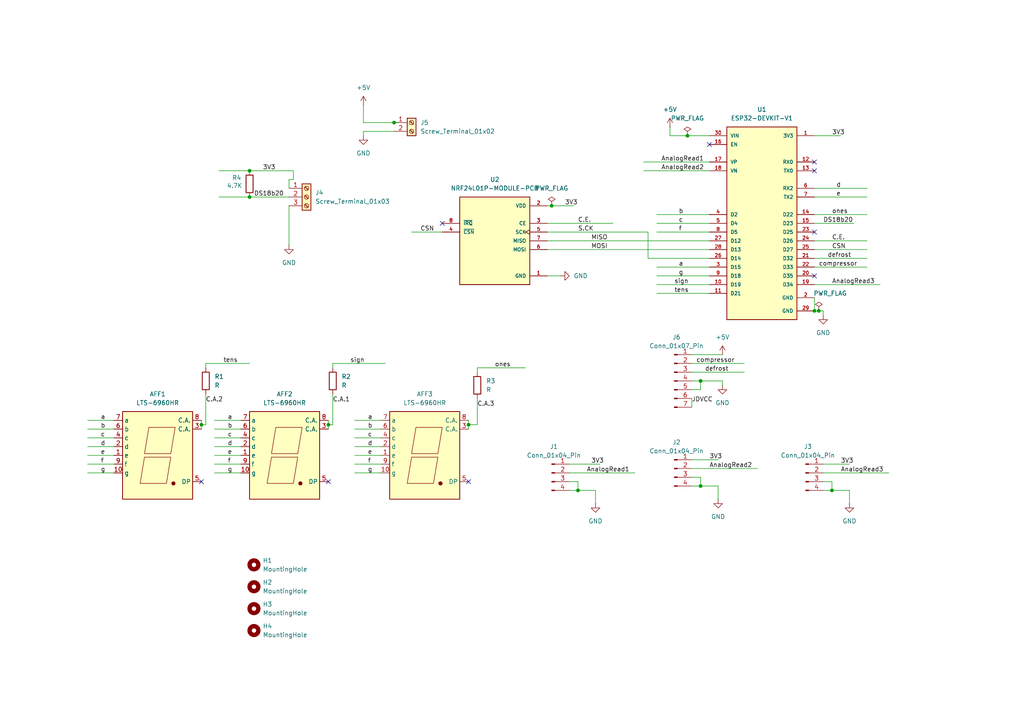
<source format=kicad_sch>
(kicad_sch
	(version 20231120)
	(generator "eeschema")
	(generator_version "8.0")
	(uuid "c99688b5-e3f3-4cf7-b8a6-7af268592509")
	(paper "A4")
	(lib_symbols
		(symbol "Connector:Conn_01x04_Pin"
			(pin_names
				(offset 1.016) hide)
			(exclude_from_sim no)
			(in_bom yes)
			(on_board yes)
			(property "Reference" "J"
				(at 0 5.08 0)
				(effects
					(font
						(size 1.27 1.27)
					)
				)
			)
			(property "Value" "Conn_01x04_Pin"
				(at 0 -7.62 0)
				(effects
					(font
						(size 1.27 1.27)
					)
				)
			)
			(property "Footprint" ""
				(at 0 0 0)
				(effects
					(font
						(size 1.27 1.27)
					)
					(hide yes)
				)
			)
			(property "Datasheet" "~"
				(at 0 0 0)
				(effects
					(font
						(size 1.27 1.27)
					)
					(hide yes)
				)
			)
			(property "Description" "Generic connector, single row, 01x04, script generated"
				(at 0 0 0)
				(effects
					(font
						(size 1.27 1.27)
					)
					(hide yes)
				)
			)
			(property "ki_locked" ""
				(at 0 0 0)
				(effects
					(font
						(size 1.27 1.27)
					)
				)
			)
			(property "ki_keywords" "connector"
				(at 0 0 0)
				(effects
					(font
						(size 1.27 1.27)
					)
					(hide yes)
				)
			)
			(property "ki_fp_filters" "Connector*:*_1x??_*"
				(at 0 0 0)
				(effects
					(font
						(size 1.27 1.27)
					)
					(hide yes)
				)
			)
			(symbol "Conn_01x04_Pin_1_1"
				(polyline
					(pts
						(xy 1.27 -5.08) (xy 0.8636 -5.08)
					)
					(stroke
						(width 0.1524)
						(type default)
					)
					(fill
						(type none)
					)
				)
				(polyline
					(pts
						(xy 1.27 -2.54) (xy 0.8636 -2.54)
					)
					(stroke
						(width 0.1524)
						(type default)
					)
					(fill
						(type none)
					)
				)
				(polyline
					(pts
						(xy 1.27 0) (xy 0.8636 0)
					)
					(stroke
						(width 0.1524)
						(type default)
					)
					(fill
						(type none)
					)
				)
				(polyline
					(pts
						(xy 1.27 2.54) (xy 0.8636 2.54)
					)
					(stroke
						(width 0.1524)
						(type default)
					)
					(fill
						(type none)
					)
				)
				(rectangle
					(start 0.8636 -4.953)
					(end 0 -5.207)
					(stroke
						(width 0.1524)
						(type default)
					)
					(fill
						(type outline)
					)
				)
				(rectangle
					(start 0.8636 -2.413)
					(end 0 -2.667)
					(stroke
						(width 0.1524)
						(type default)
					)
					(fill
						(type outline)
					)
				)
				(rectangle
					(start 0.8636 0.127)
					(end 0 -0.127)
					(stroke
						(width 0.1524)
						(type default)
					)
					(fill
						(type outline)
					)
				)
				(rectangle
					(start 0.8636 2.667)
					(end 0 2.413)
					(stroke
						(width 0.1524)
						(type default)
					)
					(fill
						(type outline)
					)
				)
				(pin passive line
					(at 5.08 2.54 180)
					(length 3.81)
					(name "Pin_1"
						(effects
							(font
								(size 1.27 1.27)
							)
						)
					)
					(number "1"
						(effects
							(font
								(size 1.27 1.27)
							)
						)
					)
				)
				(pin passive line
					(at 5.08 0 180)
					(length 3.81)
					(name "Pin_2"
						(effects
							(font
								(size 1.27 1.27)
							)
						)
					)
					(number "2"
						(effects
							(font
								(size 1.27 1.27)
							)
						)
					)
				)
				(pin passive line
					(at 5.08 -2.54 180)
					(length 3.81)
					(name "Pin_3"
						(effects
							(font
								(size 1.27 1.27)
							)
						)
					)
					(number "3"
						(effects
							(font
								(size 1.27 1.27)
							)
						)
					)
				)
				(pin passive line
					(at 5.08 -5.08 180)
					(length 3.81)
					(name "Pin_4"
						(effects
							(font
								(size 1.27 1.27)
							)
						)
					)
					(number "4"
						(effects
							(font
								(size 1.27 1.27)
							)
						)
					)
				)
			)
		)
		(symbol "Connector:Conn_01x07_Pin"
			(pin_names
				(offset 1.016) hide)
			(exclude_from_sim no)
			(in_bom yes)
			(on_board yes)
			(property "Reference" "J"
				(at 0 10.16 0)
				(effects
					(font
						(size 1.27 1.27)
					)
				)
			)
			(property "Value" "Conn_01x07_Pin"
				(at 0 -10.16 0)
				(effects
					(font
						(size 1.27 1.27)
					)
				)
			)
			(property "Footprint" ""
				(at 0 0 0)
				(effects
					(font
						(size 1.27 1.27)
					)
					(hide yes)
				)
			)
			(property "Datasheet" "~"
				(at 0 0 0)
				(effects
					(font
						(size 1.27 1.27)
					)
					(hide yes)
				)
			)
			(property "Description" "Generic connector, single row, 01x07, script generated"
				(at 0 0 0)
				(effects
					(font
						(size 1.27 1.27)
					)
					(hide yes)
				)
			)
			(property "ki_locked" ""
				(at 0 0 0)
				(effects
					(font
						(size 1.27 1.27)
					)
				)
			)
			(property "ki_keywords" "connector"
				(at 0 0 0)
				(effects
					(font
						(size 1.27 1.27)
					)
					(hide yes)
				)
			)
			(property "ki_fp_filters" "Connector*:*_1x??_*"
				(at 0 0 0)
				(effects
					(font
						(size 1.27 1.27)
					)
					(hide yes)
				)
			)
			(symbol "Conn_01x07_Pin_1_1"
				(polyline
					(pts
						(xy 1.27 -7.62) (xy 0.8636 -7.62)
					)
					(stroke
						(width 0.1524)
						(type default)
					)
					(fill
						(type none)
					)
				)
				(polyline
					(pts
						(xy 1.27 -5.08) (xy 0.8636 -5.08)
					)
					(stroke
						(width 0.1524)
						(type default)
					)
					(fill
						(type none)
					)
				)
				(polyline
					(pts
						(xy 1.27 -2.54) (xy 0.8636 -2.54)
					)
					(stroke
						(width 0.1524)
						(type default)
					)
					(fill
						(type none)
					)
				)
				(polyline
					(pts
						(xy 1.27 0) (xy 0.8636 0)
					)
					(stroke
						(width 0.1524)
						(type default)
					)
					(fill
						(type none)
					)
				)
				(polyline
					(pts
						(xy 1.27 2.54) (xy 0.8636 2.54)
					)
					(stroke
						(width 0.1524)
						(type default)
					)
					(fill
						(type none)
					)
				)
				(polyline
					(pts
						(xy 1.27 5.08) (xy 0.8636 5.08)
					)
					(stroke
						(width 0.1524)
						(type default)
					)
					(fill
						(type none)
					)
				)
				(polyline
					(pts
						(xy 1.27 7.62) (xy 0.8636 7.62)
					)
					(stroke
						(width 0.1524)
						(type default)
					)
					(fill
						(type none)
					)
				)
				(rectangle
					(start 0.8636 -7.493)
					(end 0 -7.747)
					(stroke
						(width 0.1524)
						(type default)
					)
					(fill
						(type outline)
					)
				)
				(rectangle
					(start 0.8636 -4.953)
					(end 0 -5.207)
					(stroke
						(width 0.1524)
						(type default)
					)
					(fill
						(type outline)
					)
				)
				(rectangle
					(start 0.8636 -2.413)
					(end 0 -2.667)
					(stroke
						(width 0.1524)
						(type default)
					)
					(fill
						(type outline)
					)
				)
				(rectangle
					(start 0.8636 0.127)
					(end 0 -0.127)
					(stroke
						(width 0.1524)
						(type default)
					)
					(fill
						(type outline)
					)
				)
				(rectangle
					(start 0.8636 2.667)
					(end 0 2.413)
					(stroke
						(width 0.1524)
						(type default)
					)
					(fill
						(type outline)
					)
				)
				(rectangle
					(start 0.8636 5.207)
					(end 0 4.953)
					(stroke
						(width 0.1524)
						(type default)
					)
					(fill
						(type outline)
					)
				)
				(rectangle
					(start 0.8636 7.747)
					(end 0 7.493)
					(stroke
						(width 0.1524)
						(type default)
					)
					(fill
						(type outline)
					)
				)
				(pin passive line
					(at 5.08 7.62 180)
					(length 3.81)
					(name "Pin_1"
						(effects
							(font
								(size 1.27 1.27)
							)
						)
					)
					(number "1"
						(effects
							(font
								(size 1.27 1.27)
							)
						)
					)
				)
				(pin passive line
					(at 5.08 5.08 180)
					(length 3.81)
					(name "Pin_2"
						(effects
							(font
								(size 1.27 1.27)
							)
						)
					)
					(number "2"
						(effects
							(font
								(size 1.27 1.27)
							)
						)
					)
				)
				(pin passive line
					(at 5.08 2.54 180)
					(length 3.81)
					(name "Pin_3"
						(effects
							(font
								(size 1.27 1.27)
							)
						)
					)
					(number "3"
						(effects
							(font
								(size 1.27 1.27)
							)
						)
					)
				)
				(pin passive line
					(at 5.08 0 180)
					(length 3.81)
					(name "Pin_4"
						(effects
							(font
								(size 1.27 1.27)
							)
						)
					)
					(number "4"
						(effects
							(font
								(size 1.27 1.27)
							)
						)
					)
				)
				(pin passive line
					(at 5.08 -2.54 180)
					(length 3.81)
					(name "Pin_5"
						(effects
							(font
								(size 1.27 1.27)
							)
						)
					)
					(number "5"
						(effects
							(font
								(size 1.27 1.27)
							)
						)
					)
				)
				(pin passive line
					(at 5.08 -5.08 180)
					(length 3.81)
					(name "Pin_6"
						(effects
							(font
								(size 1.27 1.27)
							)
						)
					)
					(number "6"
						(effects
							(font
								(size 1.27 1.27)
							)
						)
					)
				)
				(pin passive line
					(at 5.08 -7.62 180)
					(length 3.81)
					(name "Pin_7"
						(effects
							(font
								(size 1.27 1.27)
							)
						)
					)
					(number "7"
						(effects
							(font
								(size 1.27 1.27)
							)
						)
					)
				)
			)
		)
		(symbol "Connector:Screw_Terminal_01x02"
			(pin_names
				(offset 1.016) hide)
			(exclude_from_sim no)
			(in_bom yes)
			(on_board yes)
			(property "Reference" "J"
				(at 0 2.54 0)
				(effects
					(font
						(size 1.27 1.27)
					)
				)
			)
			(property "Value" "Screw_Terminal_01x02"
				(at 0 -5.08 0)
				(effects
					(font
						(size 1.27 1.27)
					)
				)
			)
			(property "Footprint" ""
				(at 0 0 0)
				(effects
					(font
						(size 1.27 1.27)
					)
					(hide yes)
				)
			)
			(property "Datasheet" "~"
				(at 0 0 0)
				(effects
					(font
						(size 1.27 1.27)
					)
					(hide yes)
				)
			)
			(property "Description" "Generic screw terminal, single row, 01x02, script generated (kicad-library-utils/schlib/autogen/connector/)"
				(at 0 0 0)
				(effects
					(font
						(size 1.27 1.27)
					)
					(hide yes)
				)
			)
			(property "ki_keywords" "screw terminal"
				(at 0 0 0)
				(effects
					(font
						(size 1.27 1.27)
					)
					(hide yes)
				)
			)
			(property "ki_fp_filters" "TerminalBlock*:*"
				(at 0 0 0)
				(effects
					(font
						(size 1.27 1.27)
					)
					(hide yes)
				)
			)
			(symbol "Screw_Terminal_01x02_1_1"
				(rectangle
					(start -1.27 1.27)
					(end 1.27 -3.81)
					(stroke
						(width 0.254)
						(type default)
					)
					(fill
						(type background)
					)
				)
				(circle
					(center 0 -2.54)
					(radius 0.635)
					(stroke
						(width 0.1524)
						(type default)
					)
					(fill
						(type none)
					)
				)
				(polyline
					(pts
						(xy -0.5334 -2.2098) (xy 0.3302 -3.048)
					)
					(stroke
						(width 0.1524)
						(type default)
					)
					(fill
						(type none)
					)
				)
				(polyline
					(pts
						(xy -0.5334 0.3302) (xy 0.3302 -0.508)
					)
					(stroke
						(width 0.1524)
						(type default)
					)
					(fill
						(type none)
					)
				)
				(polyline
					(pts
						(xy -0.3556 -2.032) (xy 0.508 -2.8702)
					)
					(stroke
						(width 0.1524)
						(type default)
					)
					(fill
						(type none)
					)
				)
				(polyline
					(pts
						(xy -0.3556 0.508) (xy 0.508 -0.3302)
					)
					(stroke
						(width 0.1524)
						(type default)
					)
					(fill
						(type none)
					)
				)
				(circle
					(center 0 0)
					(radius 0.635)
					(stroke
						(width 0.1524)
						(type default)
					)
					(fill
						(type none)
					)
				)
				(pin passive line
					(at -5.08 0 0)
					(length 3.81)
					(name "Pin_1"
						(effects
							(font
								(size 1.27 1.27)
							)
						)
					)
					(number "1"
						(effects
							(font
								(size 1.27 1.27)
							)
						)
					)
				)
				(pin passive line
					(at -5.08 -2.54 0)
					(length 3.81)
					(name "Pin_2"
						(effects
							(font
								(size 1.27 1.27)
							)
						)
					)
					(number "2"
						(effects
							(font
								(size 1.27 1.27)
							)
						)
					)
				)
			)
		)
		(symbol "Connector:Screw_Terminal_01x03"
			(pin_names
				(offset 1.016) hide)
			(exclude_from_sim no)
			(in_bom yes)
			(on_board yes)
			(property "Reference" "J"
				(at 0 5.08 0)
				(effects
					(font
						(size 1.27 1.27)
					)
				)
			)
			(property "Value" "Screw_Terminal_01x03"
				(at 0 -5.08 0)
				(effects
					(font
						(size 1.27 1.27)
					)
				)
			)
			(property "Footprint" ""
				(at 0 0 0)
				(effects
					(font
						(size 1.27 1.27)
					)
					(hide yes)
				)
			)
			(property "Datasheet" "~"
				(at 0 0 0)
				(effects
					(font
						(size 1.27 1.27)
					)
					(hide yes)
				)
			)
			(property "Description" "Generic screw terminal, single row, 01x03, script generated (kicad-library-utils/schlib/autogen/connector/)"
				(at 0 0 0)
				(effects
					(font
						(size 1.27 1.27)
					)
					(hide yes)
				)
			)
			(property "ki_keywords" "screw terminal"
				(at 0 0 0)
				(effects
					(font
						(size 1.27 1.27)
					)
					(hide yes)
				)
			)
			(property "ki_fp_filters" "TerminalBlock*:*"
				(at 0 0 0)
				(effects
					(font
						(size 1.27 1.27)
					)
					(hide yes)
				)
			)
			(symbol "Screw_Terminal_01x03_1_1"
				(rectangle
					(start -1.27 3.81)
					(end 1.27 -3.81)
					(stroke
						(width 0.254)
						(type default)
					)
					(fill
						(type background)
					)
				)
				(circle
					(center 0 -2.54)
					(radius 0.635)
					(stroke
						(width 0.1524)
						(type default)
					)
					(fill
						(type none)
					)
				)
				(polyline
					(pts
						(xy -0.5334 -2.2098) (xy 0.3302 -3.048)
					)
					(stroke
						(width 0.1524)
						(type default)
					)
					(fill
						(type none)
					)
				)
				(polyline
					(pts
						(xy -0.5334 0.3302) (xy 0.3302 -0.508)
					)
					(stroke
						(width 0.1524)
						(type default)
					)
					(fill
						(type none)
					)
				)
				(polyline
					(pts
						(xy -0.5334 2.8702) (xy 0.3302 2.032)
					)
					(stroke
						(width 0.1524)
						(type default)
					)
					(fill
						(type none)
					)
				)
				(polyline
					(pts
						(xy -0.3556 -2.032) (xy 0.508 -2.8702)
					)
					(stroke
						(width 0.1524)
						(type default)
					)
					(fill
						(type none)
					)
				)
				(polyline
					(pts
						(xy -0.3556 0.508) (xy 0.508 -0.3302)
					)
					(stroke
						(width 0.1524)
						(type default)
					)
					(fill
						(type none)
					)
				)
				(polyline
					(pts
						(xy -0.3556 3.048) (xy 0.508 2.2098)
					)
					(stroke
						(width 0.1524)
						(type default)
					)
					(fill
						(type none)
					)
				)
				(circle
					(center 0 0)
					(radius 0.635)
					(stroke
						(width 0.1524)
						(type default)
					)
					(fill
						(type none)
					)
				)
				(circle
					(center 0 2.54)
					(radius 0.635)
					(stroke
						(width 0.1524)
						(type default)
					)
					(fill
						(type none)
					)
				)
				(pin passive line
					(at -5.08 2.54 0)
					(length 3.81)
					(name "Pin_1"
						(effects
							(font
								(size 1.27 1.27)
							)
						)
					)
					(number "1"
						(effects
							(font
								(size 1.27 1.27)
							)
						)
					)
				)
				(pin passive line
					(at -5.08 0 0)
					(length 3.81)
					(name "Pin_2"
						(effects
							(font
								(size 1.27 1.27)
							)
						)
					)
					(number "2"
						(effects
							(font
								(size 1.27 1.27)
							)
						)
					)
				)
				(pin passive line
					(at -5.08 -2.54 0)
					(length 3.81)
					(name "Pin_3"
						(effects
							(font
								(size 1.27 1.27)
							)
						)
					)
					(number "3"
						(effects
							(font
								(size 1.27 1.27)
							)
						)
					)
				)
			)
		)
		(symbol "Device:R"
			(pin_numbers hide)
			(pin_names
				(offset 0)
			)
			(exclude_from_sim no)
			(in_bom yes)
			(on_board yes)
			(property "Reference" "R"
				(at 2.032 0 90)
				(effects
					(font
						(size 1.27 1.27)
					)
				)
			)
			(property "Value" "R"
				(at 0 0 90)
				(effects
					(font
						(size 1.27 1.27)
					)
				)
			)
			(property "Footprint" ""
				(at -1.778 0 90)
				(effects
					(font
						(size 1.27 1.27)
					)
					(hide yes)
				)
			)
			(property "Datasheet" "~"
				(at 0 0 0)
				(effects
					(font
						(size 1.27 1.27)
					)
					(hide yes)
				)
			)
			(property "Description" "Resistor"
				(at 0 0 0)
				(effects
					(font
						(size 1.27 1.27)
					)
					(hide yes)
				)
			)
			(property "ki_keywords" "R res resistor"
				(at 0 0 0)
				(effects
					(font
						(size 1.27 1.27)
					)
					(hide yes)
				)
			)
			(property "ki_fp_filters" "R_*"
				(at 0 0 0)
				(effects
					(font
						(size 1.27 1.27)
					)
					(hide yes)
				)
			)
			(symbol "R_0_1"
				(rectangle
					(start -1.016 -2.54)
					(end 1.016 2.54)
					(stroke
						(width 0.254)
						(type default)
					)
					(fill
						(type none)
					)
				)
			)
			(symbol "R_1_1"
				(pin passive line
					(at 0 3.81 270)
					(length 1.27)
					(name "~"
						(effects
							(font
								(size 1.27 1.27)
							)
						)
					)
					(number "1"
						(effects
							(font
								(size 1.27 1.27)
							)
						)
					)
				)
				(pin passive line
					(at 0 -3.81 90)
					(length 1.27)
					(name "~"
						(effects
							(font
								(size 1.27 1.27)
							)
						)
					)
					(number "2"
						(effects
							(font
								(size 1.27 1.27)
							)
						)
					)
				)
			)
		)
		(symbol "Display_Character:LTS-6960HR"
			(exclude_from_sim no)
			(in_bom yes)
			(on_board yes)
			(property "Reference" "AFF"
				(at -7.874 13.97 0)
				(effects
					(font
						(size 1.27 1.27)
					)
				)
			)
			(property "Value" "LTS-6960HR"
				(at -2.032 13.97 0)
				(effects
					(font
						(size 1.27 1.27)
					)
					(justify left)
				)
			)
			(property "Footprint" "Display_7Segment:7SegmentLED_LTS6760_LTS6780"
				(at 0 -15.24 0)
				(effects
					(font
						(size 1.27 1.27)
					)
					(hide yes)
				)
			)
			(property "Datasheet" "https://datasheet.octopart.com/LTS-6960HR-Lite-On-datasheet-11803242.pdf"
				(at 0 0 0)
				(effects
					(font
						(size 1.27 1.27)
					)
					(hide yes)
				)
			)
			(property "Description" "DISPLAY 7 SEGMENTS common A."
				(at 0 0 0)
				(effects
					(font
						(size 1.27 1.27)
					)
					(hide yes)
				)
			)
			(property "ki_keywords" "display LED 7-segment"
				(at 0 0 0)
				(effects
					(font
						(size 1.27 1.27)
					)
					(hide yes)
				)
			)
			(property "ki_fp_filters" "7SegmentLED?LTS6760?LTS6780*"
				(at 0 0 0)
				(effects
					(font
						(size 1.27 1.27)
					)
					(hide yes)
				)
			)
			(symbol "LTS-6960HR_0_1"
				(rectangle
					(start -10.16 12.7)
					(end 10.16 -12.7)
					(stroke
						(width 0.254)
						(type default)
					)
					(fill
						(type background)
					)
				)
				(polyline
					(pts
						(xy -3.81 -0.508) (xy 3.81 -0.508) (xy 2.54 -8.128) (xy -5.08 -8.128) (xy -3.81 -0.508) (xy -3.81 -0.508)
					)
					(stroke
						(width 0)
						(type default)
					)
					(fill
						(type none)
					)
				)
				(polyline
					(pts
						(xy -2.54 8.128) (xy 5.08 8.128) (xy 3.81 0.508) (xy -3.81 0.508) (xy -2.54 8.128) (xy -2.54 8.128)
					)
					(stroke
						(width 0)
						(type default)
					)
					(fill
						(type none)
					)
				)
				(circle
					(center 4.572 -8.128)
					(radius 0.508)
					(stroke
						(width 0)
						(type default)
					)
					(fill
						(type outline)
					)
				)
			)
			(symbol "LTS-6960HR_1_1"
				(pin passive line
					(at -12.7 0 0)
					(length 2.54)
					(name "e"
						(effects
							(font
								(size 1.27 1.27)
							)
						)
					)
					(number "1"
						(effects
							(font
								(size 1.27 1.27)
							)
						)
					)
				)
				(pin passive line
					(at -12.7 -5.08 0)
					(length 2.54)
					(name "g"
						(effects
							(font
								(size 1.27 1.27)
							)
						)
					)
					(number "10"
						(effects
							(font
								(size 1.27 1.27)
							)
						)
					)
				)
				(pin passive line
					(at -12.7 2.54 0)
					(length 2.54)
					(name "d"
						(effects
							(font
								(size 1.27 1.27)
							)
						)
					)
					(number "2"
						(effects
							(font
								(size 1.27 1.27)
							)
						)
					)
				)
				(pin passive line
					(at 12.7 7.62 180)
					(length 2.54)
					(name "C.A."
						(effects
							(font
								(size 1.27 1.27)
							)
						)
					)
					(number "3"
						(effects
							(font
								(size 1.27 1.27)
							)
						)
					)
				)
				(pin passive line
					(at -12.7 5.08 0)
					(length 2.54)
					(name "c"
						(effects
							(font
								(size 1.27 1.27)
							)
						)
					)
					(number "4"
						(effects
							(font
								(size 1.27 1.27)
							)
						)
					)
				)
				(pin passive line
					(at 12.7 -7.62 180)
					(length 2.54)
					(name "DP"
						(effects
							(font
								(size 1.27 1.27)
							)
						)
					)
					(number "5"
						(effects
							(font
								(size 1.27 1.27)
							)
						)
					)
				)
				(pin passive line
					(at -12.7 7.62 0)
					(length 2.54)
					(name "b"
						(effects
							(font
								(size 1.27 1.27)
							)
						)
					)
					(number "6"
						(effects
							(font
								(size 1.27 1.27)
							)
						)
					)
				)
				(pin passive line
					(at -12.7 10.16 0)
					(length 2.54)
					(name "a"
						(effects
							(font
								(size 1.27 1.27)
							)
						)
					)
					(number "7"
						(effects
							(font
								(size 1.27 1.27)
							)
						)
					)
				)
				(pin passive line
					(at 12.7 10.16 180)
					(length 2.54)
					(name "C.A."
						(effects
							(font
								(size 1.27 1.27)
							)
						)
					)
					(number "8"
						(effects
							(font
								(size 1.27 1.27)
							)
						)
					)
				)
				(pin passive line
					(at -12.7 -2.54 0)
					(length 2.54)
					(name "f"
						(effects
							(font
								(size 1.27 1.27)
							)
						)
					)
					(number "9"
						(effects
							(font
								(size 1.27 1.27)
							)
						)
					)
				)
			)
		)
		(symbol "ESP32-DEVKIT-V1:ESP32-DEVKIT-V1"
			(pin_names
				(offset 1.016)
			)
			(exclude_from_sim no)
			(in_bom yes)
			(on_board yes)
			(property "Reference" "U"
				(at -10.16 30.48 0)
				(effects
					(font
						(size 1.27 1.27)
					)
					(justify left top)
				)
			)
			(property "Value" "ESP32-DEVKIT-V1"
				(at -10.16 -30.48 0)
				(effects
					(font
						(size 1.27 1.27)
					)
					(justify left bottom)
				)
			)
			(property "Footprint" "ESP32-DEVKIT-V1:MODULE_ESP32_DEVKIT_V1"
				(at 0 0 0)
				(effects
					(font
						(size 1.27 1.27)
					)
					(justify bottom)
					(hide yes)
				)
			)
			(property "Datasheet" ""
				(at 0 0 0)
				(effects
					(font
						(size 1.27 1.27)
					)
					(hide yes)
				)
			)
			(property "Description" ""
				(at 0 0 0)
				(effects
					(font
						(size 1.27 1.27)
					)
					(hide yes)
				)
			)
			(property "MF" "Do it"
				(at 0 0 0)
				(effects
					(font
						(size 1.27 1.27)
					)
					(justify bottom)
					(hide yes)
				)
			)
			(property "MAXIMUM_PACKAGE_HEIGHT" "6.8 mm"
				(at 0 0 0)
				(effects
					(font
						(size 1.27 1.27)
					)
					(justify bottom)
					(hide yes)
				)
			)
			(property "Package" "None"
				(at 0 0 0)
				(effects
					(font
						(size 1.27 1.27)
					)
					(justify bottom)
					(hide yes)
				)
			)
			(property "Price" "None"
				(at 0 0 0)
				(effects
					(font
						(size 1.27 1.27)
					)
					(justify bottom)
					(hide yes)
				)
			)
			(property "Check_prices" "https://www.snapeda.com/parts/ESP32-DEVKIT-V1/Do+it/view-part/?ref=eda"
				(at 0 0 0)
				(effects
					(font
						(size 1.27 1.27)
					)
					(justify bottom)
					(hide yes)
				)
			)
			(property "STANDARD" "Manufacturer Recommendations"
				(at 0 0 0)
				(effects
					(font
						(size 1.27 1.27)
					)
					(justify bottom)
					(hide yes)
				)
			)
			(property "PARTREV" "N/A"
				(at 0 0 0)
				(effects
					(font
						(size 1.27 1.27)
					)
					(justify bottom)
					(hide yes)
				)
			)
			(property "SnapEDA_Link" "https://www.snapeda.com/parts/ESP32-DEVKIT-V1/Do+it/view-part/?ref=snap"
				(at 0 0 0)
				(effects
					(font
						(size 1.27 1.27)
					)
					(justify bottom)
					(hide yes)
				)
			)
			(property "MP" "ESP32-DEVKIT-V1"
				(at 0 0 0)
				(effects
					(font
						(size 1.27 1.27)
					)
					(justify bottom)
					(hide yes)
				)
			)
			(property "Description_1" "\nDual core, Wi-Fi: 2.4 GHz up to 150 Mbits/s,BLE (Bluetooth Low Energy) and legacy Bluetooth, 32 bits, Up to 240 MHz\n"
				(at 0 0 0)
				(effects
					(font
						(size 1.27 1.27)
					)
					(justify bottom)
					(hide yes)
				)
			)
			(property "Availability" "Not in stock"
				(at 0 0 0)
				(effects
					(font
						(size 1.27 1.27)
					)
					(justify bottom)
					(hide yes)
				)
			)
			(property "MANUFACTURER" "DOIT"
				(at 0 0 0)
				(effects
					(font
						(size 1.27 1.27)
					)
					(justify bottom)
					(hide yes)
				)
			)
			(symbol "ESP32-DEVKIT-V1_0_0"
				(rectangle
					(start -10.16 -27.94)
					(end 10.16 27.94)
					(stroke
						(width 0.254)
						(type default)
					)
					(fill
						(type background)
					)
				)
				(pin bidirectional line
					(at -15.24 -17.78 0)
					(length 5.08)
					(name "D19"
						(effects
							(font
								(size 1.016 1.016)
							)
						)
					)
					(number "10"
						(effects
							(font
								(size 1.016 1.016)
							)
						)
					)
				)
				(pin bidirectional line
					(at -15.24 -20.32 0)
					(length 5.08)
					(name "D21"
						(effects
							(font
								(size 1.016 1.016)
							)
						)
					)
					(number "11"
						(effects
							(font
								(size 1.016 1.016)
							)
						)
					)
				)
				(pin input line
					(at 15.24 17.78 180)
					(length 5.08)
					(name "RX0"
						(effects
							(font
								(size 1.016 1.016)
							)
						)
					)
					(number "12"
						(effects
							(font
								(size 1.016 1.016)
							)
						)
					)
				)
				(pin output line
					(at 15.24 15.24 180)
					(length 5.08)
					(name "TX0"
						(effects
							(font
								(size 1.016 1.016)
							)
						)
					)
					(number "13"
						(effects
							(font
								(size 1.016 1.016)
							)
						)
					)
				)
				(pin bidirectional line
					(at 15.24 2.54 180)
					(length 5.08)
					(name "D22"
						(effects
							(font
								(size 1.016 1.016)
							)
						)
					)
					(number "14"
						(effects
							(font
								(size 1.016 1.016)
							)
						)
					)
				)
				(pin bidirectional line
					(at 15.24 0 180)
					(length 5.08)
					(name "D23"
						(effects
							(font
								(size 1.016 1.016)
							)
						)
					)
					(number "15"
						(effects
							(font
								(size 1.016 1.016)
							)
						)
					)
				)
				(pin input line
					(at -15.24 22.86 0)
					(length 5.08)
					(name "EN"
						(effects
							(font
								(size 1.016 1.016)
							)
						)
					)
					(number "16"
						(effects
							(font
								(size 1.016 1.016)
							)
						)
					)
				)
				(pin bidirectional line
					(at -15.24 17.78 0)
					(length 5.08)
					(name "VP"
						(effects
							(font
								(size 1.016 1.016)
							)
						)
					)
					(number "17"
						(effects
							(font
								(size 1.016 1.016)
							)
						)
					)
				)
				(pin bidirectional line
					(at -15.24 15.24 0)
					(length 5.08)
					(name "VN"
						(effects
							(font
								(size 1.016 1.016)
							)
						)
					)
					(number "18"
						(effects
							(font
								(size 1.016 1.016)
							)
						)
					)
				)
				(pin bidirectional line
					(at 15.24 -17.78 180)
					(length 5.08)
					(name "D34"
						(effects
							(font
								(size 1.016 1.016)
							)
						)
					)
					(number "19"
						(effects
							(font
								(size 1.016 1.016)
							)
						)
					)
				)
				(pin power_in line
					(at 15.24 -21.59 180)
					(length 5.08)
					(name "GND"
						(effects
							(font
								(size 1.016 1.016)
							)
						)
					)
					(number "2"
						(effects
							(font
								(size 1.016 1.016)
							)
						)
					)
				)
				(pin bidirectional line
					(at 15.24 -15.24 180)
					(length 5.08)
					(name "D35"
						(effects
							(font
								(size 1.016 1.016)
							)
						)
					)
					(number "20"
						(effects
							(font
								(size 1.016 1.016)
							)
						)
					)
				)
				(pin bidirectional line
					(at 15.24 -10.16 180)
					(length 5.08)
					(name "D32"
						(effects
							(font
								(size 1.016 1.016)
							)
						)
					)
					(number "21"
						(effects
							(font
								(size 1.016 1.016)
							)
						)
					)
				)
				(pin bidirectional line
					(at 15.24 -12.7 180)
					(length 5.08)
					(name "D33"
						(effects
							(font
								(size 1.016 1.016)
							)
						)
					)
					(number "22"
						(effects
							(font
								(size 1.016 1.016)
							)
						)
					)
				)
				(pin bidirectional line
					(at 15.24 -2.54 180)
					(length 5.08)
					(name "D25"
						(effects
							(font
								(size 1.016 1.016)
							)
						)
					)
					(number "23"
						(effects
							(font
								(size 1.016 1.016)
							)
						)
					)
				)
				(pin bidirectional line
					(at 15.24 -5.08 180)
					(length 5.08)
					(name "D26"
						(effects
							(font
								(size 1.016 1.016)
							)
						)
					)
					(number "24"
						(effects
							(font
								(size 1.016 1.016)
							)
						)
					)
				)
				(pin bidirectional line
					(at 15.24 -7.62 180)
					(length 5.08)
					(name "D27"
						(effects
							(font
								(size 1.016 1.016)
							)
						)
					)
					(number "25"
						(effects
							(font
								(size 1.016 1.016)
							)
						)
					)
				)
				(pin bidirectional line
					(at -15.24 -10.16 0)
					(length 5.08)
					(name "D14"
						(effects
							(font
								(size 1.016 1.016)
							)
						)
					)
					(number "26"
						(effects
							(font
								(size 1.016 1.016)
							)
						)
					)
				)
				(pin bidirectional line
					(at -15.24 -5.08 0)
					(length 5.08)
					(name "D12"
						(effects
							(font
								(size 1.016 1.016)
							)
						)
					)
					(number "27"
						(effects
							(font
								(size 1.016 1.016)
							)
						)
					)
				)
				(pin bidirectional line
					(at -15.24 -7.62 0)
					(length 5.08)
					(name "D13"
						(effects
							(font
								(size 1.016 1.016)
							)
						)
					)
					(number "28"
						(effects
							(font
								(size 1.016 1.016)
							)
						)
					)
				)
				(pin power_in line
					(at 15.24 -25.4 180)
					(length 5.08)
					(name "GND"
						(effects
							(font
								(size 1.016 1.016)
							)
						)
					)
					(number "29"
						(effects
							(font
								(size 1.016 1.016)
							)
						)
					)
				)
				(pin bidirectional line
					(at -15.24 -12.7 0)
					(length 5.08)
					(name "D15"
						(effects
							(font
								(size 1.016 1.016)
							)
						)
					)
					(number "3"
						(effects
							(font
								(size 1.016 1.016)
							)
						)
					)
				)
				(pin input line
					(at -15.24 25.4 0)
					(length 5.08)
					(name "VIN"
						(effects
							(font
								(size 1.016 1.016)
							)
						)
					)
					(number "30"
						(effects
							(font
								(size 1.016 1.016)
							)
						)
					)
				)
				(pin bidirectional line
					(at -15.24 2.54 0)
					(length 5.08)
					(name "D2"
						(effects
							(font
								(size 1.016 1.016)
							)
						)
					)
					(number "4"
						(effects
							(font
								(size 1.016 1.016)
							)
						)
					)
				)
				(pin bidirectional line
					(at -15.24 0 0)
					(length 5.08)
					(name "D4"
						(effects
							(font
								(size 1.016 1.016)
							)
						)
					)
					(number "5"
						(effects
							(font
								(size 1.016 1.016)
							)
						)
					)
				)
				(pin input line
					(at 15.24 10.16 180)
					(length 5.08)
					(name "RX2"
						(effects
							(font
								(size 1.016 1.016)
							)
						)
					)
					(number "6"
						(effects
							(font
								(size 1.016 1.016)
							)
						)
					)
				)
				(pin output line
					(at 15.24 7.62 180)
					(length 5.08)
					(name "TX2"
						(effects
							(font
								(size 1.016 1.016)
							)
						)
					)
					(number "7"
						(effects
							(font
								(size 1.016 1.016)
							)
						)
					)
				)
				(pin bidirectional line
					(at -15.24 -2.54 0)
					(length 5.08)
					(name "D5"
						(effects
							(font
								(size 1.016 1.016)
							)
						)
					)
					(number "8"
						(effects
							(font
								(size 1.016 1.016)
							)
						)
					)
				)
				(pin bidirectional line
					(at -15.24 -15.24 0)
					(length 5.08)
					(name "D18"
						(effects
							(font
								(size 1.016 1.016)
							)
						)
					)
					(number "9"
						(effects
							(font
								(size 1.016 1.016)
							)
						)
					)
				)
			)
			(symbol "ESP32-DEVKIT-V1_1_0"
				(pin free line
					(at 15.24 25.4 180)
					(length 5.08)
					(name "3V3"
						(effects
							(font
								(size 1.016 1.016)
							)
						)
					)
					(number "1"
						(effects
							(font
								(size 1.016 1.016)
							)
						)
					)
				)
			)
		)
		(symbol "Mechanical:MountingHole"
			(pin_names
				(offset 1.016)
			)
			(exclude_from_sim yes)
			(in_bom no)
			(on_board yes)
			(property "Reference" "H"
				(at 0 5.08 0)
				(effects
					(font
						(size 1.27 1.27)
					)
				)
			)
			(property "Value" "MountingHole"
				(at 0 3.175 0)
				(effects
					(font
						(size 1.27 1.27)
					)
				)
			)
			(property "Footprint" ""
				(at 0 0 0)
				(effects
					(font
						(size 1.27 1.27)
					)
					(hide yes)
				)
			)
			(property "Datasheet" "~"
				(at 0 0 0)
				(effects
					(font
						(size 1.27 1.27)
					)
					(hide yes)
				)
			)
			(property "Description" "Mounting Hole without connection"
				(at 0 0 0)
				(effects
					(font
						(size 1.27 1.27)
					)
					(hide yes)
				)
			)
			(property "ki_keywords" "mounting hole"
				(at 0 0 0)
				(effects
					(font
						(size 1.27 1.27)
					)
					(hide yes)
				)
			)
			(property "ki_fp_filters" "MountingHole*"
				(at 0 0 0)
				(effects
					(font
						(size 1.27 1.27)
					)
					(hide yes)
				)
			)
			(symbol "MountingHole_0_1"
				(circle
					(center 0 0)
					(radius 1.27)
					(stroke
						(width 1.27)
						(type default)
					)
					(fill
						(type none)
					)
				)
			)
		)
		(symbol "NRF24L01P-MODULE-PCB:NRF24L01P-MODULE-PCB"
			(pin_names
				(offset 1.016)
			)
			(exclude_from_sim no)
			(in_bom yes)
			(on_board yes)
			(property "Reference" "U"
				(at -10.16 13.97 0)
				(effects
					(font
						(size 1.27 1.27)
					)
					(justify left bottom)
				)
			)
			(property "Value" "NRF24L01P-MODULE-PCB"
				(at -10.16 -13.97 0)
				(effects
					(font
						(size 1.27 1.27)
					)
					(justify left top)
				)
			)
			(property "Footprint" "NRF24L01P-MODULE-PCB:XCVR_NRF24L01P-MODULE-PCB"
				(at 0 0 0)
				(effects
					(font
						(size 1.27 1.27)
					)
					(justify bottom)
					(hide yes)
				)
			)
			(property "Datasheet" ""
				(at 0 0 0)
				(effects
					(font
						(size 1.27 1.27)
					)
					(hide yes)
				)
			)
			(property "Description" ""
				(at 0 0 0)
				(effects
					(font
						(size 1.27 1.27)
					)
					(hide yes)
				)
			)
			(property "MF" "Nordic Semiconductor"
				(at 0 0 0)
				(effects
					(font
						(size 1.27 1.27)
					)
					(justify bottom)
					(hide yes)
				)
			)
			(property "MAXIMUM_PACKAGE_HEIGHT" "N/A"
				(at 0 0 0)
				(effects
					(font
						(size 1.27 1.27)
					)
					(justify bottom)
					(hide yes)
				)
			)
			(property "Package" "None"
				(at 0 0 0)
				(effects
					(font
						(size 1.27 1.27)
					)
					(justify bottom)
					(hide yes)
				)
			)
			(property "Price" "None"
				(at 0 0 0)
				(effects
					(font
						(size 1.27 1.27)
					)
					(justify bottom)
					(hide yes)
				)
			)
			(property "Check_prices" "https://www.snapeda.com/parts/NRF24L01P-MODULE-PCB/Nordic+Semiconductor+ASA/view-part/?ref=eda"
				(at 0 0 0)
				(effects
					(font
						(size 1.27 1.27)
					)
					(justify bottom)
					(hide yes)
				)
			)
			(property "STANDARD" "Manufacturer Recommendations"
				(at 0 0 0)
				(effects
					(font
						(size 1.27 1.27)
					)
					(justify bottom)
					(hide yes)
				)
			)
			(property "PARTREV" "1.0"
				(at 0 0 0)
				(effects
					(font
						(size 1.27 1.27)
					)
					(justify bottom)
					(hide yes)
				)
			)
			(property "SnapEDA_Link" "https://www.snapeda.com/parts/NRF24L01P-MODULE-PCB/Nordic+Semiconductor+ASA/view-part/?ref=snap"
				(at 0 0 0)
				(effects
					(font
						(size 1.27 1.27)
					)
					(justify bottom)
					(hide yes)
				)
			)
			(property "MP" "NRF24L01P-MODULE-PCB"
				(at 0 0 0)
				(effects
					(font
						(size 1.27 1.27)
					)
					(justify bottom)
					(hide yes)
				)
			)
			(property "Description_1" "\nnRF24L01+ - Transceiver 2.4GHz Evaluation Board\n"
				(at 0 0 0)
				(effects
					(font
						(size 1.27 1.27)
					)
					(justify bottom)
					(hide yes)
				)
			)
			(property "Availability" "Not in stock"
				(at 0 0 0)
				(effects
					(font
						(size 1.27 1.27)
					)
					(justify bottom)
					(hide yes)
				)
			)
			(property "MANUFACTURER" "NORDIC"
				(at 0 0 0)
				(effects
					(font
						(size 1.27 1.27)
					)
					(justify bottom)
					(hide yes)
				)
			)
			(symbol "NRF24L01P-MODULE-PCB_0_0"
				(rectangle
					(start -10.16 -12.7)
					(end 10.16 12.7)
					(stroke
						(width 0.254)
						(type default)
					)
					(fill
						(type background)
					)
				)
				(pin power_in line
					(at 15.24 -10.16 180)
					(length 5.08)
					(name "GND"
						(effects
							(font
								(size 1.016 1.016)
							)
						)
					)
					(number "1"
						(effects
							(font
								(size 1.016 1.016)
							)
						)
					)
				)
				(pin power_in line
					(at 15.24 10.16 180)
					(length 5.08)
					(name "VDD"
						(effects
							(font
								(size 1.016 1.016)
							)
						)
					)
					(number "2"
						(effects
							(font
								(size 1.016 1.016)
							)
						)
					)
				)
				(pin input line
					(at 15.24 5.08 180)
					(length 5.08)
					(name "CE"
						(effects
							(font
								(size 1.016 1.016)
							)
						)
					)
					(number "3"
						(effects
							(font
								(size 1.016 1.016)
							)
						)
					)
				)
				(pin input line
					(at -15.24 2.54 0)
					(length 5.08)
					(name "~{CSN}"
						(effects
							(font
								(size 1.016 1.016)
							)
						)
					)
					(number "4"
						(effects
							(font
								(size 1.016 1.016)
							)
						)
					)
				)
				(pin input clock
					(at 15.24 2.54 180)
					(length 5.08)
					(name "SCK"
						(effects
							(font
								(size 1.016 1.016)
							)
						)
					)
					(number "5"
						(effects
							(font
								(size 1.016 1.016)
							)
						)
					)
				)
				(pin input line
					(at 15.24 -2.54 180)
					(length 5.08)
					(name "MOSI"
						(effects
							(font
								(size 1.016 1.016)
							)
						)
					)
					(number "6"
						(effects
							(font
								(size 1.016 1.016)
							)
						)
					)
				)
				(pin input line
					(at 15.24 0 180)
					(length 5.08)
					(name "MISO"
						(effects
							(font
								(size 1.016 1.016)
							)
						)
					)
					(number "7"
						(effects
							(font
								(size 1.016 1.016)
							)
						)
					)
				)
				(pin input line
					(at -15.24 5.08 0)
					(length 5.08)
					(name "~{IRQ}"
						(effects
							(font
								(size 1.016 1.016)
							)
						)
					)
					(number "8"
						(effects
							(font
								(size 1.016 1.016)
							)
						)
					)
				)
			)
		)
		(symbol "power:+5V"
			(power)
			(pin_numbers hide)
			(pin_names
				(offset 0) hide)
			(exclude_from_sim no)
			(in_bom yes)
			(on_board yes)
			(property "Reference" "#PWR"
				(at 0 -3.81 0)
				(effects
					(font
						(size 1.27 1.27)
					)
					(hide yes)
				)
			)
			(property "Value" "+5V"
				(at 0 3.556 0)
				(effects
					(font
						(size 1.27 1.27)
					)
				)
			)
			(property "Footprint" ""
				(at 0 0 0)
				(effects
					(font
						(size 1.27 1.27)
					)
					(hide yes)
				)
			)
			(property "Datasheet" ""
				(at 0 0 0)
				(effects
					(font
						(size 1.27 1.27)
					)
					(hide yes)
				)
			)
			(property "Description" "Power symbol creates a global label with name \"+5V\""
				(at 0 0 0)
				(effects
					(font
						(size 1.27 1.27)
					)
					(hide yes)
				)
			)
			(property "ki_keywords" "global power"
				(at 0 0 0)
				(effects
					(font
						(size 1.27 1.27)
					)
					(hide yes)
				)
			)
			(symbol "+5V_0_1"
				(polyline
					(pts
						(xy -0.762 1.27) (xy 0 2.54)
					)
					(stroke
						(width 0)
						(type default)
					)
					(fill
						(type none)
					)
				)
				(polyline
					(pts
						(xy 0 0) (xy 0 2.54)
					)
					(stroke
						(width 0)
						(type default)
					)
					(fill
						(type none)
					)
				)
				(polyline
					(pts
						(xy 0 2.54) (xy 0.762 1.27)
					)
					(stroke
						(width 0)
						(type default)
					)
					(fill
						(type none)
					)
				)
			)
			(symbol "+5V_1_1"
				(pin power_in line
					(at 0 0 90)
					(length 0)
					(name "~"
						(effects
							(font
								(size 1.27 1.27)
							)
						)
					)
					(number "1"
						(effects
							(font
								(size 1.27 1.27)
							)
						)
					)
				)
			)
		)
		(symbol "power:GND"
			(power)
			(pin_numbers hide)
			(pin_names
				(offset 0) hide)
			(exclude_from_sim no)
			(in_bom yes)
			(on_board yes)
			(property "Reference" "#PWR"
				(at 0 -6.35 0)
				(effects
					(font
						(size 1.27 1.27)
					)
					(hide yes)
				)
			)
			(property "Value" "GND"
				(at 0 -3.81 0)
				(effects
					(font
						(size 1.27 1.27)
					)
				)
			)
			(property "Footprint" ""
				(at 0 0 0)
				(effects
					(font
						(size 1.27 1.27)
					)
					(hide yes)
				)
			)
			(property "Datasheet" ""
				(at 0 0 0)
				(effects
					(font
						(size 1.27 1.27)
					)
					(hide yes)
				)
			)
			(property "Description" "Power symbol creates a global label with name \"GND\" , ground"
				(at 0 0 0)
				(effects
					(font
						(size 1.27 1.27)
					)
					(hide yes)
				)
			)
			(property "ki_keywords" "global power"
				(at 0 0 0)
				(effects
					(font
						(size 1.27 1.27)
					)
					(hide yes)
				)
			)
			(symbol "GND_0_1"
				(polyline
					(pts
						(xy 0 0) (xy 0 -1.27) (xy 1.27 -1.27) (xy 0 -2.54) (xy -1.27 -1.27) (xy 0 -1.27)
					)
					(stroke
						(width 0)
						(type default)
					)
					(fill
						(type none)
					)
				)
			)
			(symbol "GND_1_1"
				(pin power_in line
					(at 0 0 270)
					(length 0)
					(name "~"
						(effects
							(font
								(size 1.27 1.27)
							)
						)
					)
					(number "1"
						(effects
							(font
								(size 1.27 1.27)
							)
						)
					)
				)
			)
		)
		(symbol "power:PWR_FLAG"
			(power)
			(pin_numbers hide)
			(pin_names
				(offset 0) hide)
			(exclude_from_sim no)
			(in_bom yes)
			(on_board yes)
			(property "Reference" "#FLG"
				(at 0 1.905 0)
				(effects
					(font
						(size 1.27 1.27)
					)
					(hide yes)
				)
			)
			(property "Value" "PWR_FLAG"
				(at 0 3.81 0)
				(effects
					(font
						(size 1.27 1.27)
					)
				)
			)
			(property "Footprint" ""
				(at 0 0 0)
				(effects
					(font
						(size 1.27 1.27)
					)
					(hide yes)
				)
			)
			(property "Datasheet" "~"
				(at 0 0 0)
				(effects
					(font
						(size 1.27 1.27)
					)
					(hide yes)
				)
			)
			(property "Description" "Special symbol for telling ERC where power comes from"
				(at 0 0 0)
				(effects
					(font
						(size 1.27 1.27)
					)
					(hide yes)
				)
			)
			(property "ki_keywords" "flag power"
				(at 0 0 0)
				(effects
					(font
						(size 1.27 1.27)
					)
					(hide yes)
				)
			)
			(symbol "PWR_FLAG_0_0"
				(pin power_out line
					(at 0 0 90)
					(length 0)
					(name "~"
						(effects
							(font
								(size 1.27 1.27)
							)
						)
					)
					(number "1"
						(effects
							(font
								(size 1.27 1.27)
							)
						)
					)
				)
			)
			(symbol "PWR_FLAG_0_1"
				(polyline
					(pts
						(xy 0 0) (xy 0 1.27) (xy -1.016 1.905) (xy 0 2.54) (xy 1.016 1.905) (xy 0 1.27)
					)
					(stroke
						(width 0)
						(type default)
					)
					(fill
						(type none)
					)
				)
			)
		)
	)
	(junction
		(at 199.39 39.37)
		(diameter 0)
		(color 0 0 0 0)
		(uuid "003ff7d2-5c4a-43ff-a1fa-757f8b1ebfcd")
	)
	(junction
		(at 135.89 123.19)
		(diameter 0)
		(color 0 0 0 0)
		(uuid "3209e577-559f-46d7-afbf-f177641d1723")
	)
	(junction
		(at 72.39 49.53)
		(diameter 0)
		(color 0 0 0 0)
		(uuid "3e3f872b-3bd1-4dba-8ac4-204dc5cb1f7c")
	)
	(junction
		(at 72.39 57.15)
		(diameter 0)
		(color 0 0 0 0)
		(uuid "6212ba2f-178b-454b-89ca-b3b9b8cba10d")
	)
	(junction
		(at 58.42 123.19)
		(diameter 0)
		(color 0 0 0 0)
		(uuid "6862726e-6624-424d-86f5-86699d088e51")
	)
	(junction
		(at 203.2 140.97)
		(diameter 0)
		(color 0 0 0 0)
		(uuid "780a5988-c192-4b88-b421-eaa14123a159")
	)
	(junction
		(at 167.64 142.24)
		(diameter 0)
		(color 0 0 0 0)
		(uuid "9854f8ec-6943-44fd-822d-dd9b3f93305a")
	)
	(junction
		(at 237.49 90.17)
		(diameter 0)
		(color 0 0 0 0)
		(uuid "a7021dc4-e85c-40aa-8b84-31a1ce48a644")
	)
	(junction
		(at 241.3 142.24)
		(diameter 0)
		(color 0 0 0 0)
		(uuid "a79ca08b-b0cc-4282-a830-c4ebb88320fa")
	)
	(junction
		(at 95.25 123.19)
		(diameter 0)
		(color 0 0 0 0)
		(uuid "c3d9e56b-c4ca-4618-91af-24b736e25188")
	)
	(junction
		(at 203.2 110.49)
		(diameter 0)
		(color 0 0 0 0)
		(uuid "e4ea2ac1-c60b-42a1-8e4c-8ae81605ac33")
	)
	(junction
		(at 114.3 35.56)
		(diameter 0)
		(color 0 0 0 0)
		(uuid "ebcbc19d-9eaf-4ab9-af51-82d5fa760486")
	)
	(junction
		(at 236.22 90.17)
		(diameter 0)
		(color 0 0 0 0)
		(uuid "ee320e3b-a615-4f2e-adcb-2bd0c2c41481")
	)
	(junction
		(at 160.02 59.69)
		(diameter 0)
		(color 0 0 0 0)
		(uuid "ef4a161f-07ed-4212-9455-89ffd403ea77")
	)
	(no_connect
		(at 128.27 64.77)
		(uuid "293f553e-292d-4460-9eb5-7e8e00827e05")
	)
	(no_connect
		(at 236.22 49.53)
		(uuid "2bc6775c-f85c-483e-8c0e-3806d7d8e912")
	)
	(no_connect
		(at 205.74 41.91)
		(uuid "4cbb5774-7816-4a9b-a6a4-5daf3acd934c")
	)
	(no_connect
		(at 236.22 67.31)
		(uuid "52ddfdbc-1bd4-4b12-b3da-84e2fefd503c")
	)
	(no_connect
		(at 58.42 139.7)
		(uuid "5be29862-3f59-4dab-b5ec-2a698449ed69")
	)
	(no_connect
		(at 236.22 46.99)
		(uuid "a32e5ef2-9256-4443-8bca-a7e992060f78")
	)
	(no_connect
		(at 95.25 139.7)
		(uuid "d94a0889-1c93-4f55-9ac9-ea6df20c1913")
	)
	(no_connect
		(at 236.22 80.01)
		(uuid "e69d7b64-5df4-47f1-8eef-59165f07a178")
	)
	(no_connect
		(at 135.89 139.7)
		(uuid "e9ef0067-842b-4af3-98fa-d06b98832138")
	)
	(wire
		(pts
			(xy 165.1 134.62) (xy 173.99 134.62)
		)
		(stroke
			(width 0)
			(type default)
		)
		(uuid "02341436-6e76-470b-a999-7ad1e5d06095")
	)
	(wire
		(pts
			(xy 138.43 123.19) (xy 135.89 123.19)
		)
		(stroke
			(width 0)
			(type default)
		)
		(uuid "0286b239-ff22-42fe-bbb5-7244c5b5d5f3")
	)
	(wire
		(pts
			(xy 96.52 114.3) (xy 96.52 123.19)
		)
		(stroke
			(width 0)
			(type default)
		)
		(uuid "0bede5ee-2c1f-445b-8899-2a25036da5ab")
	)
	(wire
		(pts
			(xy 25.4 127) (xy 33.02 127)
		)
		(stroke
			(width 0)
			(type default)
		)
		(uuid "0c47970a-ca0e-49d0-9440-04fc6e04d4e8")
	)
	(wire
		(pts
			(xy 190.5 85.09) (xy 205.74 85.09)
		)
		(stroke
			(width 0)
			(type default)
		)
		(uuid "120b2d9b-7d1a-41ab-93cc-77778b7bac81")
	)
	(wire
		(pts
			(xy 203.2 110.49) (xy 209.55 110.49)
		)
		(stroke
			(width 0)
			(type default)
		)
		(uuid "1825fe09-6bd2-4fef-88cd-7a8be98231c7")
	)
	(wire
		(pts
			(xy 102.87 121.92) (xy 110.49 121.92)
		)
		(stroke
			(width 0)
			(type default)
		)
		(uuid "186c0124-80bc-4d21-9ba4-8e91a9d9baa0")
	)
	(wire
		(pts
			(xy 190.5 67.31) (xy 205.74 67.31)
		)
		(stroke
			(width 0)
			(type default)
		)
		(uuid "1980d25f-f546-480d-b1e2-1b225e97e5fa")
	)
	(wire
		(pts
			(xy 114.3 38.1) (xy 105.41 38.1)
		)
		(stroke
			(width 0)
			(type default)
		)
		(uuid "1a7339e1-fbe2-4971-9ca1-c2ecd1d04925")
	)
	(wire
		(pts
			(xy 187.96 74.93) (xy 187.96 67.31)
		)
		(stroke
			(width 0)
			(type default)
		)
		(uuid "1a7d3aa0-1e02-4848-9965-0ddf289f1219")
	)
	(wire
		(pts
			(xy 138.43 115.57) (xy 138.43 123.19)
		)
		(stroke
			(width 0)
			(type default)
		)
		(uuid "1c9ea9b7-04e6-4b16-9432-bab4f6336025")
	)
	(wire
		(pts
			(xy 200.66 135.89) (xy 219.71 135.89)
		)
		(stroke
			(width 0)
			(type default)
		)
		(uuid "1e05b0de-1938-404d-bba3-2a14a6e37f0d")
	)
	(wire
		(pts
			(xy 190.5 64.77) (xy 205.74 64.77)
		)
		(stroke
			(width 0)
			(type default)
		)
		(uuid "208d16f4-9a26-499c-ba92-4f6e276841f3")
	)
	(wire
		(pts
			(xy 236.22 69.85) (xy 251.46 69.85)
		)
		(stroke
			(width 0)
			(type default)
		)
		(uuid "2169554f-4a73-4f3c-9b65-872b4ea77ba5")
	)
	(wire
		(pts
			(xy 102.87 129.54) (xy 110.49 129.54)
		)
		(stroke
			(width 0)
			(type default)
		)
		(uuid "2264887d-e494-4bc5-bfa2-6692d65a76f6")
	)
	(wire
		(pts
			(xy 167.64 142.24) (xy 165.1 142.24)
		)
		(stroke
			(width 0)
			(type default)
		)
		(uuid "286755a3-191d-4202-a8e9-c5aab669c659")
	)
	(wire
		(pts
			(xy 158.75 80.01) (xy 162.56 80.01)
		)
		(stroke
			(width 0)
			(type default)
		)
		(uuid "29e3f38a-e68b-432e-be89-3cce8b563864")
	)
	(wire
		(pts
			(xy 200.66 138.43) (xy 203.2 138.43)
		)
		(stroke
			(width 0)
			(type default)
		)
		(uuid "2a02679a-71fd-4622-99a5-a0970835b26e")
	)
	(wire
		(pts
			(xy 105.41 35.56) (xy 105.41 30.48)
		)
		(stroke
			(width 0)
			(type default)
		)
		(uuid "2c4a2f6c-3b81-4556-b831-efda5bca4382")
	)
	(wire
		(pts
			(xy 190.5 82.55) (xy 205.74 82.55)
		)
		(stroke
			(width 0)
			(type default)
		)
		(uuid "2d5fbf3c-9378-4f15-b2db-cc044a3be872")
	)
	(wire
		(pts
			(xy 96.52 123.19) (xy 95.25 123.19)
		)
		(stroke
			(width 0)
			(type default)
		)
		(uuid "2e1d316c-33b1-4c99-a1ea-6e423c656bc4")
	)
	(wire
		(pts
			(xy 236.22 86.36) (xy 236.22 90.17)
		)
		(stroke
			(width 0)
			(type default)
		)
		(uuid "32414b71-9e75-4130-9e81-6a5a3f0e188a")
	)
	(wire
		(pts
			(xy 102.87 134.62) (xy 110.49 134.62)
		)
		(stroke
			(width 0)
			(type default)
		)
		(uuid "379d2c88-797e-42a8-aa7a-e38efb534d02")
	)
	(wire
		(pts
			(xy 102.87 132.08) (xy 110.49 132.08)
		)
		(stroke
			(width 0)
			(type default)
		)
		(uuid "37cbeabd-77d6-4acf-a5e9-535edcd073e1")
	)
	(wire
		(pts
			(xy 236.22 62.23) (xy 251.46 62.23)
		)
		(stroke
			(width 0)
			(type default)
		)
		(uuid "3da1367b-83c0-4e73-b3db-34362138d15b")
	)
	(wire
		(pts
			(xy 200.66 102.87) (xy 209.55 102.87)
		)
		(stroke
			(width 0)
			(type default)
		)
		(uuid "3e75da97-f598-48c2-b257-06065121512e")
	)
	(wire
		(pts
			(xy 119.38 67.31) (xy 128.27 67.31)
		)
		(stroke
			(width 0)
			(type default)
		)
		(uuid "3ed81041-5a04-4b50-a85d-efc51aeabecb")
	)
	(wire
		(pts
			(xy 203.2 140.97) (xy 200.66 140.97)
		)
		(stroke
			(width 0)
			(type default)
		)
		(uuid "40515bc1-d9a8-479d-b586-18dbdfb002cc")
	)
	(wire
		(pts
			(xy 172.72 142.24) (xy 167.64 142.24)
		)
		(stroke
			(width 0)
			(type default)
		)
		(uuid "406085ba-05d0-4d9b-8e46-86c5ce61f28f")
	)
	(wire
		(pts
			(xy 236.22 57.15) (xy 251.46 57.15)
		)
		(stroke
			(width 0)
			(type default)
		)
		(uuid "40f31dfd-e481-4034-81a1-b96aaf9dec01")
	)
	(wire
		(pts
			(xy 246.38 146.05) (xy 246.38 142.24)
		)
		(stroke
			(width 0)
			(type default)
		)
		(uuid "41de2975-7716-4709-b66f-40978e4ab780")
	)
	(wire
		(pts
			(xy 72.39 49.53) (xy 85.09 49.53)
		)
		(stroke
			(width 0)
			(type default)
		)
		(uuid "465f7835-caf8-4e24-b943-6363279a5301")
	)
	(wire
		(pts
			(xy 186.69 46.99) (xy 205.74 46.99)
		)
		(stroke
			(width 0)
			(type default)
		)
		(uuid "49abc6a5-f80b-4493-ba4d-d4e9357ebbdf")
	)
	(wire
		(pts
			(xy 62.23 124.46) (xy 69.85 124.46)
		)
		(stroke
			(width 0)
			(type default)
		)
		(uuid "4ad61bc1-c663-4133-9470-670090df7289")
	)
	(wire
		(pts
			(xy 72.39 57.15) (xy 83.82 57.15)
		)
		(stroke
			(width 0)
			(type default)
		)
		(uuid "4d95a0b6-662a-42e9-8651-3d1ecf4c1280")
	)
	(wire
		(pts
			(xy 200.66 115.57) (xy 200.66 118.11)
		)
		(stroke
			(width 0)
			(type default)
		)
		(uuid "4dc55a87-642f-4e25-978a-f5ed0e049345")
	)
	(wire
		(pts
			(xy 199.39 39.37) (xy 205.74 39.37)
		)
		(stroke
			(width 0)
			(type default)
		)
		(uuid "506671df-5eb4-4af2-8eec-32b1c1dbd002")
	)
	(wire
		(pts
			(xy 238.76 90.17) (xy 238.76 91.44)
		)
		(stroke
			(width 0)
			(type default)
		)
		(uuid "5330bc94-3fec-408f-aaa5-3e7e46ff96d2")
	)
	(wire
		(pts
			(xy 190.5 80.01) (xy 205.74 80.01)
		)
		(stroke
			(width 0)
			(type default)
		)
		(uuid "5490f505-ba5e-490d-a08c-6dfe753cedae")
	)
	(wire
		(pts
			(xy 160.02 59.69) (xy 166.37 59.69)
		)
		(stroke
			(width 0)
			(type default)
		)
		(uuid "54e715be-71fd-4731-952d-0ab7de36a7bb")
	)
	(wire
		(pts
			(xy 190.5 77.47) (xy 205.74 77.47)
		)
		(stroke
			(width 0)
			(type default)
		)
		(uuid "5b645862-096c-4276-8983-16d47b72758b")
	)
	(wire
		(pts
			(xy 205.74 74.93) (xy 187.96 74.93)
		)
		(stroke
			(width 0)
			(type default)
		)
		(uuid "5dec6d63-f66c-4d3a-b37e-d0699712eb8b")
	)
	(wire
		(pts
			(xy 241.3 139.7) (xy 241.3 142.24)
		)
		(stroke
			(width 0)
			(type default)
		)
		(uuid "5e3de31a-df2e-42bd-8ed8-7d02378f051e")
	)
	(wire
		(pts
			(xy 25.4 121.92) (xy 33.02 121.92)
		)
		(stroke
			(width 0)
			(type default)
		)
		(uuid "6161da7f-f2c1-4311-9a23-9a8e2327bed4")
	)
	(wire
		(pts
			(xy 167.64 139.7) (xy 167.64 142.24)
		)
		(stroke
			(width 0)
			(type default)
		)
		(uuid "61cde3dc-02f6-4aa0-8c5e-80e7604c0dd0")
	)
	(wire
		(pts
			(xy 165.1 137.16) (xy 184.15 137.16)
		)
		(stroke
			(width 0)
			(type default)
		)
		(uuid "65d45e34-81cf-44ae-9040-6039e13e2839")
	)
	(wire
		(pts
			(xy 158.75 69.85) (xy 205.74 69.85)
		)
		(stroke
			(width 0)
			(type default)
		)
		(uuid "65e80034-5f21-4dd1-9a7b-cfe23dea3524")
	)
	(wire
		(pts
			(xy 238.76 134.62) (xy 246.38 134.62)
		)
		(stroke
			(width 0)
			(type default)
		)
		(uuid "68df1a19-e058-4a18-883c-e8ef9d4eeb63")
	)
	(wire
		(pts
			(xy 62.23 134.62) (xy 69.85 134.62)
		)
		(stroke
			(width 0)
			(type default)
		)
		(uuid "6b86c8a2-ef4f-4133-abe6-d4bd199a40fe")
	)
	(wire
		(pts
			(xy 158.75 67.31) (xy 187.96 67.31)
		)
		(stroke
			(width 0)
			(type default)
		)
		(uuid "6c854863-ee53-4943-be6c-3431ae9b1ede")
	)
	(wire
		(pts
			(xy 85.09 52.07) (xy 83.82 52.07)
		)
		(stroke
			(width 0)
			(type default)
		)
		(uuid "7651f5d2-da2a-47cc-828a-f497b4baf5e0")
	)
	(wire
		(pts
			(xy 95.25 121.92) (xy 95.25 123.19)
		)
		(stroke
			(width 0)
			(type default)
		)
		(uuid "782e1030-0fc7-450c-ba17-a38c301ec974")
	)
	(wire
		(pts
			(xy 58.42 123.19) (xy 58.42 124.46)
		)
		(stroke
			(width 0)
			(type default)
		)
		(uuid "785382e4-21c8-4e3f-ba78-af7ea9ea01c5")
	)
	(wire
		(pts
			(xy 59.69 114.3) (xy 59.69 123.19)
		)
		(stroke
			(width 0)
			(type default)
		)
		(uuid "792cdfd2-b940-4409-a1d5-40a5e79019c9")
	)
	(wire
		(pts
			(xy 203.2 113.03) (xy 203.2 110.49)
		)
		(stroke
			(width 0)
			(type default)
		)
		(uuid "79fc7d59-1ac6-485d-8d19-1d2b45588476")
	)
	(wire
		(pts
			(xy 62.23 137.16) (xy 69.85 137.16)
		)
		(stroke
			(width 0)
			(type default)
		)
		(uuid "7c3cd33d-1edb-4650-a916-d3be92fc40d0")
	)
	(wire
		(pts
			(xy 236.22 64.77) (xy 247.65 64.77)
		)
		(stroke
			(width 0)
			(type default)
		)
		(uuid "7f3d69ae-4eeb-46e6-9d80-0e03f875197e")
	)
	(wire
		(pts
			(xy 63.5 57.15) (xy 72.39 57.15)
		)
		(stroke
			(width 0)
			(type default)
		)
		(uuid "804c3335-4c1c-40db-9db3-a04d0fff5e23")
	)
	(wire
		(pts
			(xy 25.4 137.16) (xy 33.02 137.16)
		)
		(stroke
			(width 0)
			(type default)
		)
		(uuid "815068a6-0302-48be-a3f4-8ecfe7605c18")
	)
	(wire
		(pts
			(xy 238.76 137.16) (xy 257.81 137.16)
		)
		(stroke
			(width 0)
			(type default)
		)
		(uuid "818d8855-65ce-419a-9e5d-2ef7deb696d1")
	)
	(wire
		(pts
			(xy 236.22 90.17) (xy 237.49 90.17)
		)
		(stroke
			(width 0)
			(type default)
		)
		(uuid "8533a031-257c-4d43-aa9e-7d7d988df254")
	)
	(wire
		(pts
			(xy 83.82 59.69) (xy 83.82 71.12)
		)
		(stroke
			(width 0)
			(type default)
		)
		(uuid "8a16c78f-c5fe-4b76-b2f0-2c57345f5214")
	)
	(wire
		(pts
			(xy 25.4 134.62) (xy 33.02 134.62)
		)
		(stroke
			(width 0)
			(type default)
		)
		(uuid "8ba2353d-3f04-491d-b9f9-9a7ae6208283")
	)
	(wire
		(pts
			(xy 135.89 121.92) (xy 135.89 123.19)
		)
		(stroke
			(width 0)
			(type default)
		)
		(uuid "8d1a42be-4fd8-4b62-93c6-d6cccf9b9b51")
	)
	(wire
		(pts
			(xy 236.22 72.39) (xy 251.46 72.39)
		)
		(stroke
			(width 0)
			(type default)
		)
		(uuid "92aa4918-dfbd-45b3-997c-44f9e68d27a6")
	)
	(wire
		(pts
			(xy 236.22 77.47) (xy 251.46 77.47)
		)
		(stroke
			(width 0)
			(type default)
		)
		(uuid "93323915-31b3-41dd-8e4a-27dfc8e07f86")
	)
	(wire
		(pts
			(xy 186.69 49.53) (xy 205.74 49.53)
		)
		(stroke
			(width 0)
			(type default)
		)
		(uuid "952aaffd-b34b-41ec-a11a-60272ddcc813")
	)
	(wire
		(pts
			(xy 236.22 39.37) (xy 243.84 39.37)
		)
		(stroke
			(width 0)
			(type default)
		)
		(uuid "969f6e7e-faff-48fc-8945-ceca7aead540")
	)
	(wire
		(pts
			(xy 172.72 146.05) (xy 172.72 142.24)
		)
		(stroke
			(width 0)
			(type default)
		)
		(uuid "98704996-ef78-4cf2-8a4a-ef15a042b973")
	)
	(wire
		(pts
			(xy 158.75 64.77) (xy 177.8 64.77)
		)
		(stroke
			(width 0)
			(type default)
		)
		(uuid "9885db47-bdfc-4c80-81f3-e8c5b72d74f9")
	)
	(wire
		(pts
			(xy 59.69 123.19) (xy 58.42 123.19)
		)
		(stroke
			(width 0)
			(type default)
		)
		(uuid "98de0947-ddab-4ca3-882d-457cacd19e11")
	)
	(wire
		(pts
			(xy 25.4 124.46) (xy 33.02 124.46)
		)
		(stroke
			(width 0)
			(type default)
		)
		(uuid "9bbfc392-8139-48e8-940c-427d25f1974e")
	)
	(wire
		(pts
			(xy 246.38 142.24) (xy 241.3 142.24)
		)
		(stroke
			(width 0)
			(type default)
		)
		(uuid "9d0ad1f0-8978-4096-8a87-8cd5a93e7cca")
	)
	(wire
		(pts
			(xy 62.23 127) (xy 69.85 127)
		)
		(stroke
			(width 0)
			(type default)
		)
		(uuid "a2084886-da84-4923-b612-aed6b614dd89")
	)
	(wire
		(pts
			(xy 85.09 49.53) (xy 85.09 52.07)
		)
		(stroke
			(width 0)
			(type default)
		)
		(uuid "a29c7399-4340-42f3-bca1-56f6fdc12ff7")
	)
	(wire
		(pts
			(xy 208.28 140.97) (xy 203.2 140.97)
		)
		(stroke
			(width 0)
			(type default)
		)
		(uuid "a2d6751b-af3e-4de2-a9bf-3fe71dd49c96")
	)
	(wire
		(pts
			(xy 96.52 106.68) (xy 96.52 105.41)
		)
		(stroke
			(width 0)
			(type default)
		)
		(uuid "a7a137d1-4920-468e-8bdf-c6b18f98a6f8")
	)
	(wire
		(pts
			(xy 83.82 52.07) (xy 83.82 54.61)
		)
		(stroke
			(width 0)
			(type default)
		)
		(uuid "aac2a149-a06f-44c0-b890-9d1a92b3c6ba")
	)
	(wire
		(pts
			(xy 102.87 124.46) (xy 110.49 124.46)
		)
		(stroke
			(width 0)
			(type default)
		)
		(uuid "ac1afe1b-b9e9-4ec4-9ae9-915d971acc57")
	)
	(wire
		(pts
			(xy 25.4 129.54) (xy 33.02 129.54)
		)
		(stroke
			(width 0)
			(type default)
		)
		(uuid "ada7e35d-0f17-4f03-8c4c-704b494104a0")
	)
	(wire
		(pts
			(xy 236.22 82.55) (xy 255.27 82.55)
		)
		(stroke
			(width 0)
			(type default)
		)
		(uuid "b35fdb16-d718-4648-8ad4-976fbffc1b38")
	)
	(wire
		(pts
			(xy 135.89 123.19) (xy 135.89 124.46)
		)
		(stroke
			(width 0)
			(type default)
		)
		(uuid "b52e7a18-4656-401d-8cd3-6f556e6f4040")
	)
	(wire
		(pts
			(xy 59.69 105.41) (xy 72.39 105.41)
		)
		(stroke
			(width 0)
			(type default)
		)
		(uuid "b5bc149a-8834-43aa-bee0-bce171b95954")
	)
	(wire
		(pts
			(xy 200.66 107.95) (xy 215.9 107.95)
		)
		(stroke
			(width 0)
			(type default)
		)
		(uuid "b5d307ec-ab0a-4d9f-8e23-e3e10f3de558")
	)
	(wire
		(pts
			(xy 96.52 105.41) (xy 111.76 105.41)
		)
		(stroke
			(width 0)
			(type default)
		)
		(uuid "b71dcabc-39a7-4665-afa5-07b40d65980d")
	)
	(wire
		(pts
			(xy 236.22 54.61) (xy 251.46 54.61)
		)
		(stroke
			(width 0)
			(type default)
		)
		(uuid "b93c9946-054e-4d90-b22a-ca9f8c691668")
	)
	(wire
		(pts
			(xy 158.75 72.39) (xy 205.74 72.39)
		)
		(stroke
			(width 0)
			(type default)
		)
		(uuid "bb74f57d-cb30-43a8-a34e-0e6bde8776df")
	)
	(wire
		(pts
			(xy 208.28 144.78) (xy 208.28 140.97)
		)
		(stroke
			(width 0)
			(type default)
		)
		(uuid "bd6f5e42-e712-458d-bf7d-4681a2726cee")
	)
	(wire
		(pts
			(xy 241.3 142.24) (xy 238.76 142.24)
		)
		(stroke
			(width 0)
			(type default)
		)
		(uuid "c043c500-3c0a-4acc-a25c-365f2b1691e7")
	)
	(wire
		(pts
			(xy 115.57 35.56) (xy 114.3 35.56)
		)
		(stroke
			(width 0)
			(type default)
		)
		(uuid "c2f02d66-3646-44a5-b4f0-13b77394764c")
	)
	(wire
		(pts
			(xy 102.87 137.16) (xy 110.49 137.16)
		)
		(stroke
			(width 0)
			(type default)
		)
		(uuid "c3038d9c-84a8-4e70-9d8d-cff842e7a1cb")
	)
	(wire
		(pts
			(xy 105.41 38.1) (xy 105.41 39.37)
		)
		(stroke
			(width 0)
			(type default)
		)
		(uuid "c47fdc43-7c28-47e0-9f30-c62edaf6e1d0")
	)
	(wire
		(pts
			(xy 62.23 121.92) (xy 69.85 121.92)
		)
		(stroke
			(width 0)
			(type default)
		)
		(uuid "c93d5212-380d-470c-bd0d-84e823962d2d")
	)
	(wire
		(pts
			(xy 102.87 127) (xy 110.49 127)
		)
		(stroke
			(width 0)
			(type default)
		)
		(uuid "cf7017f1-53e6-42cd-a3b4-280a3d2a81f8")
	)
	(wire
		(pts
			(xy 158.75 59.69) (xy 160.02 59.69)
		)
		(stroke
			(width 0)
			(type default)
		)
		(uuid "d124ca5c-be14-429f-b5d4-21af8388b058")
	)
	(wire
		(pts
			(xy 58.42 121.92) (xy 58.42 123.19)
		)
		(stroke
			(width 0)
			(type default)
		)
		(uuid "d1af7a84-0cb0-4a67-a10c-e3261a18ccfb")
	)
	(wire
		(pts
			(xy 138.43 106.68) (xy 152.4 106.68)
		)
		(stroke
			(width 0)
			(type default)
		)
		(uuid "d2808703-fd52-435c-9599-852269b5b04f")
	)
	(wire
		(pts
			(xy 238.76 139.7) (xy 241.3 139.7)
		)
		(stroke
			(width 0)
			(type default)
		)
		(uuid "d48a7c25-b4cb-4936-9079-90c809f7fae4")
	)
	(wire
		(pts
			(xy 203.2 138.43) (xy 203.2 140.97)
		)
		(stroke
			(width 0)
			(type default)
		)
		(uuid "d60a3ddb-e5bd-4dd3-bd39-07f5081ba8da")
	)
	(wire
		(pts
			(xy 237.49 90.17) (xy 238.76 90.17)
		)
		(stroke
			(width 0)
			(type default)
		)
		(uuid "d75e2f89-435a-4de9-952e-b2f45c39fd2e")
	)
	(wire
		(pts
			(xy 63.5 49.53) (xy 72.39 49.53)
		)
		(stroke
			(width 0)
			(type default)
		)
		(uuid "d9e4c532-2c71-4a4b-9da2-5cddf68121df")
	)
	(wire
		(pts
			(xy 194.31 39.37) (xy 199.39 39.37)
		)
		(stroke
			(width 0)
			(type default)
		)
		(uuid "daf66e7c-e5ac-4337-92a1-06498d41ae41")
	)
	(wire
		(pts
			(xy 59.69 106.68) (xy 59.69 105.41)
		)
		(stroke
			(width 0)
			(type default)
		)
		(uuid "e14ed69c-754a-4b79-875b-e25e1c7b97e6")
	)
	(wire
		(pts
			(xy 209.55 110.49) (xy 209.55 111.76)
		)
		(stroke
			(width 0)
			(type default)
		)
		(uuid "e3279bc2-9421-43f4-b596-698019eb1861")
	)
	(wire
		(pts
			(xy 62.23 129.54) (xy 69.85 129.54)
		)
		(stroke
			(width 0)
			(type default)
		)
		(uuid "e68d22df-b87a-4835-9316-289dd5db9d4f")
	)
	(wire
		(pts
			(xy 200.66 113.03) (xy 203.2 113.03)
		)
		(stroke
			(width 0)
			(type default)
		)
		(uuid "e6caecaa-fdce-4b6c-bdcb-b660a54aa887")
	)
	(wire
		(pts
			(xy 165.1 139.7) (xy 167.64 139.7)
		)
		(stroke
			(width 0)
			(type default)
		)
		(uuid "e8c5f5a9-148d-4b8f-88fc-e15192f42e3c")
	)
	(wire
		(pts
			(xy 236.22 74.93) (xy 251.46 74.93)
		)
		(stroke
			(width 0)
			(type default)
		)
		(uuid "eee985ff-ca36-4a74-97b8-2708f1374547")
	)
	(wire
		(pts
			(xy 138.43 107.95) (xy 138.43 106.68)
		)
		(stroke
			(width 0)
			(type default)
		)
		(uuid "f3064c08-5b96-4586-9a57-47a576e801c0")
	)
	(wire
		(pts
			(xy 200.66 105.41) (xy 215.9 105.41)
		)
		(stroke
			(width 0)
			(type default)
		)
		(uuid "f632259f-1bd7-4bfb-badb-cc1789441cbf")
	)
	(wire
		(pts
			(xy 190.5 62.23) (xy 205.74 62.23)
		)
		(stroke
			(width 0)
			(type default)
		)
		(uuid "f67bb6e9-9fcf-4823-a37c-f68bced39451")
	)
	(wire
		(pts
			(xy 200.66 133.35) (xy 208.28 133.35)
		)
		(stroke
			(width 0)
			(type default)
		)
		(uuid "fa22bdc1-2b74-48cd-a0b6-92d3a07fa934")
	)
	(wire
		(pts
			(xy 194.31 36.83) (xy 194.31 39.37)
		)
		(stroke
			(width 0)
			(type default)
		)
		(uuid "fb2d596a-ce9e-4eca-8059-fc491155197c")
	)
	(wire
		(pts
			(xy 200.66 110.49) (xy 203.2 110.49)
		)
		(stroke
			(width 0)
			(type default)
		)
		(uuid "fbbfeab8-e250-46de-9e07-3f5fa8481c78")
	)
	(wire
		(pts
			(xy 25.4 132.08) (xy 33.02 132.08)
		)
		(stroke
			(width 0)
			(type default)
		)
		(uuid "fcde2e91-9195-4c61-ae73-2d073b055b09")
	)
	(wire
		(pts
			(xy 114.3 35.56) (xy 105.41 35.56)
		)
		(stroke
			(width 0)
			(type default)
		)
		(uuid "fd385cb9-ee1d-4bb7-8788-6d47dce872e0")
	)
	(wire
		(pts
			(xy 95.25 123.19) (xy 95.25 124.46)
		)
		(stroke
			(width 0)
			(type default)
		)
		(uuid "fdb91b04-356a-4fa9-b0c7-51f135aba143")
	)
	(wire
		(pts
			(xy 62.23 132.08) (xy 69.85 132.08)
		)
		(stroke
			(width 0)
			(type default)
		)
		(uuid "fdf7a4c6-47bd-442a-87f2-476a7d1f7c2c")
	)
	(label "e"
		(at 106.68 132.08 0)
		(fields_autoplaced yes)
		(effects
			(font
				(size 1.27 1.27)
			)
			(justify left bottom)
		)
		(uuid "00e2c1f1-0b9a-4c5a-8677-3f72da697774")
	)
	(label "C.A.1"
		(at 96.52 116.84 0)
		(fields_autoplaced yes)
		(effects
			(font
				(size 1.27 1.27)
			)
			(justify left bottom)
		)
		(uuid "043f775a-7623-4dde-8295-d3adfa907de1")
	)
	(label "c"
		(at 106.68 127 0)
		(fields_autoplaced yes)
		(effects
			(font
				(size 1.27 1.27)
			)
			(justify left bottom)
		)
		(uuid "057336d1-dd1c-4e54-a3b3-b94e1d0639fd")
	)
	(label "AnalogRead1"
		(at 191.77 46.99 0)
		(fields_autoplaced yes)
		(effects
			(font
				(size 1.27 1.27)
			)
			(justify left bottom)
		)
		(uuid "064b8cf3-c7de-4676-8009-634feaf9d94b")
	)
	(label "AnalogRead2"
		(at 205.74 135.89 0)
		(fields_autoplaced yes)
		(effects
			(font
				(size 1.27 1.27)
			)
			(justify left bottom)
		)
		(uuid "0c559913-9303-4701-9182-89eba6d22414")
	)
	(label "3V3"
		(at 163.83 59.69 0)
		(fields_autoplaced yes)
		(effects
			(font
				(size 1.27 1.27)
			)
			(justify left bottom)
		)
		(uuid "12ddca77-9060-4056-a566-49f1494ebadb")
	)
	(label "f"
		(at 66.04 134.62 0)
		(fields_autoplaced yes)
		(effects
			(font
				(size 1.27 1.27)
			)
			(justify left bottom)
		)
		(uuid "147fc81b-4dea-4ecb-9e00-fb8705bd3a70")
	)
	(label "a"
		(at 196.85 77.47 0)
		(fields_autoplaced yes)
		(effects
			(font
				(size 1.27 1.27)
			)
			(justify left bottom)
		)
		(uuid "14f7811a-18b7-4776-a76d-403d86d6fb40")
	)
	(label "ones"
		(at 241.3 62.23 0)
		(fields_autoplaced yes)
		(effects
			(font
				(size 1.27 1.27)
			)
			(justify left bottom)
		)
		(uuid "185fe8e4-3906-4dca-80f2-3c77ca968a2e")
	)
	(label "b"
		(at 196.85 62.23 0)
		(fields_autoplaced yes)
		(effects
			(font
				(size 1.27 1.27)
			)
			(justify left bottom)
		)
		(uuid "18c72468-387d-440e-b9ae-f1c0122a2adb")
	)
	(label "g"
		(at 106.68 137.16 0)
		(fields_autoplaced yes)
		(effects
			(font
				(size 1.27 1.27)
			)
			(justify left bottom)
		)
		(uuid "19c3b128-21a0-4cb1-968a-9b08fd140655")
	)
	(label "g"
		(at 29.21 137.16 0)
		(fields_autoplaced yes)
		(effects
			(font
				(size 1.27 1.27)
			)
			(justify left bottom)
		)
		(uuid "1b437caf-8c6e-48c0-88e8-d5da22f45196")
	)
	(label "f"
		(at 196.85 67.31 0)
		(fields_autoplaced yes)
		(effects
			(font
				(size 1.27 1.27)
			)
			(justify left bottom)
		)
		(uuid "1d719676-35a8-49f7-bcde-c19e8047eb31")
	)
	(label "C.E."
		(at 167.64 64.77 0)
		(fields_autoplaced yes)
		(effects
			(font
				(size 1.27 1.27)
			)
			(justify left bottom)
		)
		(uuid "1ee6f0ce-895f-4b5e-a8ff-a755fafb1dba")
	)
	(label "3V3"
		(at 205.74 133.35 0)
		(fields_autoplaced yes)
		(effects
			(font
				(size 1.27 1.27)
			)
			(justify left bottom)
		)
		(uuid "26e41399-52df-4113-9c0a-2aeab012125d")
	)
	(label "tens"
		(at 64.77 105.41 0)
		(fields_autoplaced yes)
		(effects
			(font
				(size 1.27 1.27)
			)
			(justify left bottom)
		)
		(uuid "2a44840e-70ec-4067-8902-e0fc6cdbc04a")
	)
	(label "ones"
		(at 143.51 106.68 0)
		(fields_autoplaced yes)
		(effects
			(font
				(size 1.27 1.27)
			)
			(justify left bottom)
		)
		(uuid "2d236a7c-5a60-4810-bbbc-d359f7a3563f")
	)
	(label "CSN"
		(at 241.3 72.39 0)
		(fields_autoplaced yes)
		(effects
			(font
				(size 1.27 1.27)
			)
			(justify left bottom)
		)
		(uuid "2ecc2bda-4b67-4af5-8a9b-f0ba8776dc43")
	)
	(label "tens"
		(at 195.58 85.09 0)
		(fields_autoplaced yes)
		(effects
			(font
				(size 1.27 1.27)
			)
			(justify left bottom)
		)
		(uuid "3904340d-3621-4707-8ff7-8588bda720bd")
	)
	(label "AnalogRead1"
		(at 170.18 137.16 0)
		(fields_autoplaced yes)
		(effects
			(font
				(size 1.27 1.27)
			)
			(justify left bottom)
		)
		(uuid "4612badf-5f5b-46bd-b8f3-f6ea73c5ec6f")
	)
	(label "3V3"
		(at 243.84 134.62 0)
		(fields_autoplaced yes)
		(effects
			(font
				(size 1.27 1.27)
			)
			(justify left bottom)
		)
		(uuid "467355db-2dd7-4b8c-9065-135d2025a82e")
	)
	(label "d"
		(at 66.04 129.54 0)
		(fields_autoplaced yes)
		(effects
			(font
				(size 1.27 1.27)
			)
			(justify left bottom)
		)
		(uuid "4950f408-e317-405c-bc5a-d8048f494ef0")
	)
	(label "defrost"
		(at 240.03 74.93 0)
		(fields_autoplaced yes)
		(effects
			(font
				(size 1.27 1.27)
			)
			(justify left bottom)
		)
		(uuid "4b677cdb-5643-4154-914d-b36189490fd3")
	)
	(label "e"
		(at 29.21 132.08 0)
		(fields_autoplaced yes)
		(effects
			(font
				(size 1.27 1.27)
			)
			(justify left bottom)
		)
		(uuid "5771765e-f5f9-43d6-842c-5be72434d9bc")
	)
	(label "3V3"
		(at 241.3 39.37 0)
		(fields_autoplaced yes)
		(effects
			(font
				(size 1.27 1.27)
			)
			(justify left bottom)
		)
		(uuid "5794874d-3c44-4626-85f2-0908aa4cb265")
	)
	(label "compressor"
		(at 201.93 105.41 0)
		(fields_autoplaced yes)
		(effects
			(font
				(size 1.27 1.27)
			)
			(justify left bottom)
		)
		(uuid "58d3bfc6-4dbc-406d-bf52-a294b1293d67")
	)
	(label "sign"
		(at 101.6 105.41 0)
		(fields_autoplaced yes)
		(effects
			(font
				(size 1.27 1.27)
			)
			(justify left bottom)
		)
		(uuid "5c0c8aad-211c-4ec6-99fb-d9085d80c77e")
	)
	(label "b"
		(at 106.68 124.46 0)
		(fields_autoplaced yes)
		(effects
			(font
				(size 1.27 1.27)
			)
			(justify left bottom)
		)
		(uuid "5d657046-1658-4c12-aa37-514806fcbeb5")
	)
	(label "a"
		(at 66.04 121.92 0)
		(fields_autoplaced yes)
		(effects
			(font
				(size 1.27 1.27)
			)
			(justify left bottom)
		)
		(uuid "66b6ca5a-09b8-4510-9345-6499372c66ec")
	)
	(label "d"
		(at 242.57 54.61 0)
		(fields_autoplaced yes)
		(effects
			(font
				(size 1.27 1.27)
			)
			(justify left bottom)
		)
		(uuid "6a546ca0-9151-41f1-abb6-de858529871e")
	)
	(label "d"
		(at 106.68 129.54 0)
		(fields_autoplaced yes)
		(effects
			(font
				(size 1.27 1.27)
			)
			(justify left bottom)
		)
		(uuid "6e9b4f8d-f79f-4785-ba09-ff04785f8029")
	)
	(label "c"
		(at 29.21 127 0)
		(fields_autoplaced yes)
		(effects
			(font
				(size 1.27 1.27)
			)
			(justify left bottom)
		)
		(uuid "704733f5-1203-4875-96ae-07743be1dced")
	)
	(label "defrost"
		(at 204.47 107.95 0)
		(fields_autoplaced yes)
		(effects
			(font
				(size 1.27 1.27)
			)
			(justify left bottom)
		)
		(uuid "732c96d0-8713-4425-a7b8-df28cbd38e36")
	)
	(label "b"
		(at 29.21 124.46 0)
		(fields_autoplaced yes)
		(effects
			(font
				(size 1.27 1.27)
			)
			(justify left bottom)
		)
		(uuid "7b15140a-ab1d-4c4d-8aa2-3929ba9938c4")
	)
	(label "c"
		(at 66.04 127 0)
		(fields_autoplaced yes)
		(effects
			(font
				(size 1.27 1.27)
			)
			(justify left bottom)
		)
		(uuid "8113fcc3-b5c7-4e79-9ec2-32c978f895ff")
	)
	(label "DS18b20"
		(at 238.76 64.77 0)
		(fields_autoplaced yes)
		(effects
			(font
				(size 1.27 1.27)
			)
			(justify left bottom)
		)
		(uuid "8312568b-9179-437f-a988-46ac9030b599")
	)
	(label "e"
		(at 66.04 132.08 0)
		(fields_autoplaced yes)
		(effects
			(font
				(size 1.27 1.27)
			)
			(justify left bottom)
		)
		(uuid "880e3a9d-bdbc-4a77-a8ad-213298c65087")
	)
	(label "b"
		(at 66.04 124.46 0)
		(fields_autoplaced yes)
		(effects
			(font
				(size 1.27 1.27)
			)
			(justify left bottom)
		)
		(uuid "8e1c899a-afe0-44d0-a5a9-e665cc1aba06")
	)
	(label "AnalogRead3"
		(at 241.3 82.55 0)
		(fields_autoplaced yes)
		(effects
			(font
				(size 1.27 1.27)
			)
			(justify left bottom)
		)
		(uuid "8f93e9ff-175b-4260-8227-26571a12ca19")
	)
	(label "g"
		(at 196.85 80.01 0)
		(fields_autoplaced yes)
		(effects
			(font
				(size 1.27 1.27)
			)
			(justify left bottom)
		)
		(uuid "9cf38ad9-bd0a-4d3e-99b4-9fb9f9e10fcc")
	)
	(label "JDVCC"
		(at 200.66 116.84 0)
		(fields_autoplaced yes)
		(effects
			(font
				(size 1.27 1.27)
			)
			(justify left bottom)
		)
		(uuid "a0811388-f392-4c01-bd00-5201a2819dbf")
	)
	(label "C.A.3"
		(at 138.43 118.11 0)
		(fields_autoplaced yes)
		(effects
			(font
				(size 1.27 1.27)
			)
			(justify left bottom)
		)
		(uuid "a15ca638-5fd7-4238-8dbe-4cdd167af5bc")
	)
	(label "3V3"
		(at 171.45 134.62 0)
		(fields_autoplaced yes)
		(effects
			(font
				(size 1.27 1.27)
			)
			(justify left bottom)
		)
		(uuid "a1643c30-c2d1-496d-9b7a-a47a203602bb")
	)
	(label "sign"
		(at 195.58 82.55 0)
		(fields_autoplaced yes)
		(effects
			(font
				(size 1.27 1.27)
			)
			(justify left bottom)
		)
		(uuid "b2b16f43-495a-42e0-b219-cae8f29f23d1")
	)
	(label "AnalogRead2"
		(at 191.77 49.53 0)
		(fields_autoplaced yes)
		(effects
			(font
				(size 1.27 1.27)
			)
			(justify left bottom)
		)
		(uuid "b3eb981b-ca7d-49ac-a773-8317c1e26ba3")
	)
	(label "d"
		(at 29.21 129.54 0)
		(fields_autoplaced yes)
		(effects
			(font
				(size 1.27 1.27)
			)
			(justify left bottom)
		)
		(uuid "b676946f-95dc-45c3-83fc-b91a35d71d5b")
	)
	(label "S.CK"
		(at 167.64 67.31 0)
		(fields_autoplaced yes)
		(effects
			(font
				(size 1.27 1.27)
			)
			(justify left bottom)
		)
		(uuid "b8cce856-91ae-43ef-992f-08efb3b53ea2")
	)
	(label "f"
		(at 106.68 134.62 0)
		(fields_autoplaced yes)
		(effects
			(font
				(size 1.27 1.27)
			)
			(justify left bottom)
		)
		(uuid "ba3770c0-fcaf-4f0c-996c-fe2dcd9da206")
	)
	(label "g"
		(at 66.04 137.16 0)
		(fields_autoplaced yes)
		(effects
			(font
				(size 1.27 1.27)
			)
			(justify left bottom)
		)
		(uuid "bab7eadd-d2df-435e-81ea-4f4576a48736")
	)
	(label "MISO"
		(at 171.45 69.85 0)
		(fields_autoplaced yes)
		(effects
			(font
				(size 1.27 1.27)
			)
			(justify left bottom)
		)
		(uuid "cbed75bd-539d-4869-a9e6-8ba0a0e4ea00")
	)
	(label "3V3"
		(at 76.2 49.53 0)
		(fields_autoplaced yes)
		(effects
			(font
				(size 1.27 1.27)
			)
			(justify left bottom)
		)
		(uuid "cd64cdd3-c1bb-4589-ae78-ad1c0442328c")
	)
	(label "f"
		(at 29.21 134.62 0)
		(fields_autoplaced yes)
		(effects
			(font
				(size 1.27 1.27)
			)
			(justify left bottom)
		)
		(uuid "cd731036-e673-4e1c-80b9-7dc8d9e7046b")
	)
	(label "CSN"
		(at 121.92 67.31 0)
		(fields_autoplaced yes)
		(effects
			(font
				(size 1.27 1.27)
			)
			(justify left bottom)
		)
		(uuid "dcb0d5d6-c7e7-4c7c-b773-5fd95bba7be9")
	)
	(label "e"
		(at 242.57 57.15 0)
		(fields_autoplaced yes)
		(effects
			(font
				(size 1.27 1.27)
			)
			(justify left bottom)
		)
		(uuid "dfede1ae-dc03-436c-b8ed-85a5a6826a0e")
	)
	(label "C.A.2"
		(at 59.69 116.84 0)
		(fields_autoplaced yes)
		(effects
			(font
				(size 1.27 1.27)
			)
			(justify left bottom)
		)
		(uuid "e1ec125b-8a95-469b-a37e-69d8894cd7bc")
	)
	(label "MOSI"
		(at 171.45 72.39 0)
		(fields_autoplaced yes)
		(effects
			(font
				(size 1.27 1.27)
			)
			(justify left bottom)
		)
		(uuid "e71e9c50-1b9c-41b6-ae46-eb5aafb2a6bb")
	)
	(label "AnalogRead3"
		(at 243.84 137.16 0)
		(fields_autoplaced yes)
		(effects
			(font
				(size 1.27 1.27)
			)
			(justify left bottom)
		)
		(uuid "ef7421d6-227f-4241-b0ea-ffd249540454")
	)
	(label "compressor"
		(at 237.49 77.47 0)
		(fields_autoplaced yes)
		(effects
			(font
				(size 1.27 1.27)
			)
			(justify left bottom)
		)
		(uuid "f0bd0cc4-21a5-418a-a852-35df419220fa")
	)
	(label "C.E."
		(at 241.3 69.85 0)
		(fields_autoplaced yes)
		(effects
			(font
				(size 1.27 1.27)
			)
			(justify left bottom)
		)
		(uuid "f138a511-cce9-4472-8ce0-b332fa022885")
	)
	(label "DS18b20"
		(at 73.66 57.15 0)
		(fields_autoplaced yes)
		(effects
			(font
				(size 1.27 1.27)
			)
			(justify left bottom)
		)
		(uuid "f55bd77a-8395-4f66-8ba5-90d07f91e4db")
	)
	(label "c"
		(at 196.85 64.77 0)
		(fields_autoplaced yes)
		(effects
			(font
				(size 1.27 1.27)
			)
			(justify left bottom)
		)
		(uuid "f606d779-76ed-4c4c-94b7-eb6bc27cbb1d")
	)
	(label "a"
		(at 106.68 121.92 0)
		(fields_autoplaced yes)
		(effects
			(font
				(size 1.27 1.27)
			)
			(justify left bottom)
		)
		(uuid "fe390b80-2693-4469-9a39-e1f0acacf513")
	)
	(label "a"
		(at 29.21 121.92 0)
		(fields_autoplaced yes)
		(effects
			(font
				(size 1.27 1.27)
			)
			(justify left bottom)
		)
		(uuid "ff3ca46c-1e41-4baf-95c0-085b98d86df3")
	)
	(symbol
		(lib_id "Device:R")
		(at 138.43 111.76 0)
		(unit 1)
		(exclude_from_sim no)
		(in_bom yes)
		(on_board yes)
		(dnp no)
		(fields_autoplaced yes)
		(uuid "008e26c1-3dbf-40db-98bd-67891bd0c5f1")
		(property "Reference" "R3"
			(at 140.97 110.4899 0)
			(effects
				(font
					(size 1.27 1.27)
				)
				(justify left)
			)
		)
		(property "Value" "R"
			(at 140.97 113.0299 0)
			(effects
				(font
					(size 1.27 1.27)
				)
				(justify left)
			)
		)
		(property "Footprint" "Resistor_THT:R_Axial_DIN0207_L6.3mm_D2.5mm_P7.62mm_Horizontal"
			(at 136.652 111.76 90)
			(effects
				(font
					(size 1.27 1.27)
				)
				(hide yes)
			)
		)
		(property "Datasheet" "~"
			(at 138.43 111.76 0)
			(effects
				(font
					(size 1.27 1.27)
				)
				(hide yes)
			)
		)
		(property "Description" "Resistor"
			(at 138.43 111.76 0)
			(effects
				(font
					(size 1.27 1.27)
				)
				(hide yes)
			)
		)
		(pin "2"
			(uuid "ca24acfa-95a7-4ba5-93e7-a7cb7282e1bf")
		)
		(pin "1"
			(uuid "015ebc94-bda5-4e97-a7d1-591e0811156d")
		)
		(instances
			(project "esp_zmpt_seven_Segment"
				(path "/c99688b5-e3f3-4cf7-b8a6-7af268592509"
					(reference "R3")
					(unit 1)
				)
			)
		)
	)
	(symbol
		(lib_id "Connector:Screw_Terminal_01x02")
		(at 119.38 35.56 0)
		(unit 1)
		(exclude_from_sim no)
		(in_bom yes)
		(on_board yes)
		(dnp no)
		(fields_autoplaced yes)
		(uuid "137b51c8-0bc9-453a-ae87-16751644d6e3")
		(property "Reference" "J5"
			(at 121.92 35.5599 0)
			(effects
				(font
					(size 1.27 1.27)
				)
				(justify left)
			)
		)
		(property "Value" "Screw_Terminal_01x02"
			(at 121.92 38.0999 0)
			(effects
				(font
					(size 1.27 1.27)
				)
				(justify left)
			)
		)
		(property "Footprint" "TerminalBlock:TerminalBlock_Altech_AK300-2_P5.00mm"
			(at 119.38 35.56 0)
			(effects
				(font
					(size 1.27 1.27)
				)
				(hide yes)
			)
		)
		(property "Datasheet" "~"
			(at 119.38 35.56 0)
			(effects
				(font
					(size 1.27 1.27)
				)
				(hide yes)
			)
		)
		(property "Description" "Generic screw terminal, single row, 01x02, script generated (kicad-library-utils/schlib/autogen/connector/)"
			(at 119.38 35.56 0)
			(effects
				(font
					(size 1.27 1.27)
				)
				(hide yes)
			)
		)
		(pin "2"
			(uuid "415b476a-0af6-4441-9a58-8e646f9701da")
		)
		(pin "1"
			(uuid "63572a81-3f02-44dc-aa3f-3051f7a75fa5")
		)
		(instances
			(project "esp_zmpt_seven_Segment"
				(path "/c99688b5-e3f3-4cf7-b8a6-7af268592509"
					(reference "J5")
					(unit 1)
				)
			)
		)
	)
	(symbol
		(lib_id "power:GND")
		(at 83.82 71.12 0)
		(unit 1)
		(exclude_from_sim no)
		(in_bom yes)
		(on_board yes)
		(dnp no)
		(fields_autoplaced yes)
		(uuid "23745209-1cb3-4426-9049-5ab62f5a7ff0")
		(property "Reference" "#PWR04"
			(at 83.82 77.47 0)
			(effects
				(font
					(size 1.27 1.27)
				)
				(hide yes)
			)
		)
		(property "Value" "GND"
			(at 83.82 76.2 0)
			(effects
				(font
					(size 1.27 1.27)
				)
			)
		)
		(property "Footprint" ""
			(at 83.82 71.12 0)
			(effects
				(font
					(size 1.27 1.27)
				)
				(hide yes)
			)
		)
		(property "Datasheet" ""
			(at 83.82 71.12 0)
			(effects
				(font
					(size 1.27 1.27)
				)
				(hide yes)
			)
		)
		(property "Description" "Power symbol creates a global label with name \"GND\" , ground"
			(at 83.82 71.12 0)
			(effects
				(font
					(size 1.27 1.27)
				)
				(hide yes)
			)
		)
		(pin "1"
			(uuid "e2632e71-7876-4dd7-ac52-fc7b6020749c")
		)
		(instances
			(project "esp_zmpt_seven_Segment"
				(path "/c99688b5-e3f3-4cf7-b8a6-7af268592509"
					(reference "#PWR04")
					(unit 1)
				)
			)
		)
	)
	(symbol
		(lib_id "Device:R")
		(at 96.52 110.49 0)
		(unit 1)
		(exclude_from_sim no)
		(in_bom yes)
		(on_board yes)
		(dnp no)
		(fields_autoplaced yes)
		(uuid "277e422d-288f-4c2c-9b9d-3dcdc895b6e7")
		(property "Reference" "R2"
			(at 99.06 109.2199 0)
			(effects
				(font
					(size 1.27 1.27)
				)
				(justify left)
			)
		)
		(property "Value" "R"
			(at 99.06 111.7599 0)
			(effects
				(font
					(size 1.27 1.27)
				)
				(justify left)
			)
		)
		(property "Footprint" "Resistor_THT:R_Axial_DIN0207_L6.3mm_D2.5mm_P7.62mm_Horizontal"
			(at 94.742 110.49 90)
			(effects
				(font
					(size 1.27 1.27)
				)
				(hide yes)
			)
		)
		(property "Datasheet" "~"
			(at 96.52 110.49 0)
			(effects
				(font
					(size 1.27 1.27)
				)
				(hide yes)
			)
		)
		(property "Description" "Resistor"
			(at 96.52 110.49 0)
			(effects
				(font
					(size 1.27 1.27)
				)
				(hide yes)
			)
		)
		(pin "2"
			(uuid "13133d58-d428-4e8b-bf79-f620e0e664a3")
		)
		(pin "1"
			(uuid "872efe15-aa2e-4521-9998-24f0386d853f")
		)
		(instances
			(project "esp_zmpt_seven_Segment"
				(path "/c99688b5-e3f3-4cf7-b8a6-7af268592509"
					(reference "R2")
					(unit 1)
				)
			)
		)
	)
	(symbol
		(lib_id "power:GND")
		(at 209.55 111.76 0)
		(unit 1)
		(exclude_from_sim no)
		(in_bom yes)
		(on_board yes)
		(dnp no)
		(fields_autoplaced yes)
		(uuid "287a8f5f-3c0b-4001-a1b4-c96830c7ce19")
		(property "Reference" "#PWR02"
			(at 209.55 118.11 0)
			(effects
				(font
					(size 1.27 1.27)
				)
				(hide yes)
			)
		)
		(property "Value" "GND"
			(at 209.55 116.84 0)
			(effects
				(font
					(size 1.27 1.27)
				)
			)
		)
		(property "Footprint" ""
			(at 209.55 111.76 0)
			(effects
				(font
					(size 1.27 1.27)
				)
				(hide yes)
			)
		)
		(property "Datasheet" ""
			(at 209.55 111.76 0)
			(effects
				(font
					(size 1.27 1.27)
				)
				(hide yes)
			)
		)
		(property "Description" "Power symbol creates a global label with name \"GND\" , ground"
			(at 209.55 111.76 0)
			(effects
				(font
					(size 1.27 1.27)
				)
				(hide yes)
			)
		)
		(pin "1"
			(uuid "130154ba-b3fe-438c-9bd0-0c17837b875e")
		)
		(instances
			(project "esp_zmpt_seven_Segment"
				(path "/c99688b5-e3f3-4cf7-b8a6-7af268592509"
					(reference "#PWR02")
					(unit 1)
				)
			)
		)
	)
	(symbol
		(lib_id "Mechanical:MountingHole")
		(at 73.66 176.53 0)
		(unit 1)
		(exclude_from_sim yes)
		(in_bom no)
		(on_board yes)
		(dnp no)
		(fields_autoplaced yes)
		(uuid "2ed87e94-434a-4929-84f1-fbdfe80e1661")
		(property "Reference" "H3"
			(at 76.2 175.2599 0)
			(effects
				(font
					(size 1.27 1.27)
				)
				(justify left)
			)
		)
		(property "Value" "MountingHole"
			(at 76.2 177.7999 0)
			(effects
				(font
					(size 1.27 1.27)
				)
				(justify left)
			)
		)
		(property "Footprint" "MountingHole:MountingHole_3.2mm_M3"
			(at 73.66 176.53 0)
			(effects
				(font
					(size 1.27 1.27)
				)
				(hide yes)
			)
		)
		(property "Datasheet" "~"
			(at 73.66 176.53 0)
			(effects
				(font
					(size 1.27 1.27)
				)
				(hide yes)
			)
		)
		(property "Description" "Mounting Hole without connection"
			(at 73.66 176.53 0)
			(effects
				(font
					(size 1.27 1.27)
				)
				(hide yes)
			)
		)
		(instances
			(project "esp_zmpt_seven_Segment"
				(path "/c99688b5-e3f3-4cf7-b8a6-7af268592509"
					(reference "H3")
					(unit 1)
				)
			)
		)
	)
	(symbol
		(lib_id "power:+5V")
		(at 194.31 36.83 0)
		(unit 1)
		(exclude_from_sim no)
		(in_bom yes)
		(on_board yes)
		(dnp no)
		(fields_autoplaced yes)
		(uuid "30b811e9-ebdf-41cb-88b4-ca80e3be9ea9")
		(property "Reference" "#PWR09"
			(at 194.31 40.64 0)
			(effects
				(font
					(size 1.27 1.27)
				)
				(hide yes)
			)
		)
		(property "Value" "+5V"
			(at 194.31 31.75 0)
			(effects
				(font
					(size 1.27 1.27)
				)
			)
		)
		(property "Footprint" ""
			(at 194.31 36.83 0)
			(effects
				(font
					(size 1.27 1.27)
				)
				(hide yes)
			)
		)
		(property "Datasheet" ""
			(at 194.31 36.83 0)
			(effects
				(font
					(size 1.27 1.27)
				)
				(hide yes)
			)
		)
		(property "Description" "Power symbol creates a global label with name \"+5V\""
			(at 194.31 36.83 0)
			(effects
				(font
					(size 1.27 1.27)
				)
				(hide yes)
			)
		)
		(pin "1"
			(uuid "322f54e7-d585-4b1d-8cb3-46b363aa11a0")
		)
		(instances
			(project "esp_zmpt_seven_Segment"
				(path "/c99688b5-e3f3-4cf7-b8a6-7af268592509"
					(reference "#PWR09")
					(unit 1)
				)
			)
		)
	)
	(symbol
		(lib_id "power:+5V")
		(at 209.55 102.87 0)
		(unit 1)
		(exclude_from_sim no)
		(in_bom yes)
		(on_board yes)
		(dnp no)
		(fields_autoplaced yes)
		(uuid "322d2dd7-d552-43cf-88a8-d0c199d225e8")
		(property "Reference" "#PWR01"
			(at 209.55 106.68 0)
			(effects
				(font
					(size 1.27 1.27)
				)
				(hide yes)
			)
		)
		(property "Value" "+5V"
			(at 209.55 97.79 0)
			(effects
				(font
					(size 1.27 1.27)
				)
			)
		)
		(property "Footprint" ""
			(at 209.55 102.87 0)
			(effects
				(font
					(size 1.27 1.27)
				)
				(hide yes)
			)
		)
		(property "Datasheet" ""
			(at 209.55 102.87 0)
			(effects
				(font
					(size 1.27 1.27)
				)
				(hide yes)
			)
		)
		(property "Description" "Power symbol creates a global label with name \"+5V\""
			(at 209.55 102.87 0)
			(effects
				(font
					(size 1.27 1.27)
				)
				(hide yes)
			)
		)
		(pin "1"
			(uuid "c94f632d-c71e-4a9e-8708-5da6f2242f43")
		)
		(instances
			(project "esp_zmpt_seven_Segment"
				(path "/c99688b5-e3f3-4cf7-b8a6-7af268592509"
					(reference "#PWR01")
					(unit 1)
				)
			)
		)
	)
	(symbol
		(lib_id "Connector:Conn_01x04_Pin")
		(at 195.58 135.89 0)
		(unit 1)
		(exclude_from_sim no)
		(in_bom yes)
		(on_board yes)
		(dnp no)
		(uuid "3bad6fcc-ae29-4e21-abbe-c4a44b7c4a6f")
		(property "Reference" "J2"
			(at 196.215 128.27 0)
			(effects
				(font
					(size 1.27 1.27)
				)
			)
		)
		(property "Value" "Conn_01x04_Pin"
			(at 196.215 130.81 0)
			(effects
				(font
					(size 1.27 1.27)
				)
			)
		)
		(property "Footprint" "zmpt101b:zmpt101b"
			(at 195.58 135.89 0)
			(effects
				(font
					(size 1.27 1.27)
				)
				(hide yes)
			)
		)
		(property "Datasheet" "~"
			(at 195.58 135.89 0)
			(effects
				(font
					(size 1.27 1.27)
				)
				(hide yes)
			)
		)
		(property "Description" "Generic connector, single row, 01x04, script generated"
			(at 195.58 135.89 0)
			(effects
				(font
					(size 1.27 1.27)
				)
				(hide yes)
			)
		)
		(pin "1"
			(uuid "f03ef685-b179-4564-ae47-f1f9600c4f96")
		)
		(pin "3"
			(uuid "35eb8241-bd10-42af-b7df-c1cae64a6870")
		)
		(pin "4"
			(uuid "b5d0dc32-b553-417f-9625-08f4f5d4e030")
		)
		(pin "2"
			(uuid "9bf3962e-31d3-4593-9870-03b69b8a4b00")
		)
		(instances
			(project "esp_zmpt_seven_Segment"
				(path "/c99688b5-e3f3-4cf7-b8a6-7af268592509"
					(reference "J2")
					(unit 1)
				)
			)
		)
	)
	(symbol
		(lib_id "Connector:Conn_01x04_Pin")
		(at 233.68 137.16 0)
		(unit 1)
		(exclude_from_sim no)
		(in_bom yes)
		(on_board yes)
		(dnp no)
		(uuid "3df1d336-7263-44a5-a847-180b810dd472")
		(property "Reference" "J3"
			(at 234.315 129.54 0)
			(effects
				(font
					(size 1.27 1.27)
				)
			)
		)
		(property "Value" "Conn_01x04_Pin"
			(at 234.315 132.08 0)
			(effects
				(font
					(size 1.27 1.27)
				)
			)
		)
		(property "Footprint" "zmpt101b:zmpt101b"
			(at 233.68 137.16 0)
			(effects
				(font
					(size 1.27 1.27)
				)
				(hide yes)
			)
		)
		(property "Datasheet" "~"
			(at 233.68 137.16 0)
			(effects
				(font
					(size 1.27 1.27)
				)
				(hide yes)
			)
		)
		(property "Description" "Generic connector, single row, 01x04, script generated"
			(at 233.68 137.16 0)
			(effects
				(font
					(size 1.27 1.27)
				)
				(hide yes)
			)
		)
		(pin "1"
			(uuid "da4ab9dd-9180-4636-aa7d-883ba43a3f48")
		)
		(pin "3"
			(uuid "b4b9347c-bb12-4c46-b4ed-d7f1b2905503")
		)
		(pin "4"
			(uuid "eee15650-8318-453a-be51-23bf75bf2a91")
		)
		(pin "2"
			(uuid "8d8cb9df-10cd-4d61-aa95-2da97ba202a5")
		)
		(instances
			(project "esp_zmpt_seven_Segment"
				(path "/c99688b5-e3f3-4cf7-b8a6-7af268592509"
					(reference "J3")
					(unit 1)
				)
			)
		)
	)
	(symbol
		(lib_id "power:GND")
		(at 172.72 146.05 0)
		(unit 1)
		(exclude_from_sim no)
		(in_bom yes)
		(on_board yes)
		(dnp no)
		(fields_autoplaced yes)
		(uuid "47595fa4-2ada-43e3-8337-04389e78be9d")
		(property "Reference" "#PWR011"
			(at 172.72 152.4 0)
			(effects
				(font
					(size 1.27 1.27)
				)
				(hide yes)
			)
		)
		(property "Value" "GND"
			(at 172.72 151.13 0)
			(effects
				(font
					(size 1.27 1.27)
				)
			)
		)
		(property "Footprint" ""
			(at 172.72 146.05 0)
			(effects
				(font
					(size 1.27 1.27)
				)
				(hide yes)
			)
		)
		(property "Datasheet" ""
			(at 172.72 146.05 0)
			(effects
				(font
					(size 1.27 1.27)
				)
				(hide yes)
			)
		)
		(property "Description" "Power symbol creates a global label with name \"GND\" , ground"
			(at 172.72 146.05 0)
			(effects
				(font
					(size 1.27 1.27)
				)
				(hide yes)
			)
		)
		(pin "1"
			(uuid "7e1ffe5c-9c4c-48e2-8a8f-d2143bd3bbcc")
		)
		(instances
			(project "esp_zmpt_seven_Segment"
				(path "/c99688b5-e3f3-4cf7-b8a6-7af268592509"
					(reference "#PWR011")
					(unit 1)
				)
			)
		)
	)
	(symbol
		(lib_id "Mechanical:MountingHole")
		(at 73.66 182.88 0)
		(unit 1)
		(exclude_from_sim yes)
		(in_bom no)
		(on_board yes)
		(dnp no)
		(fields_autoplaced yes)
		(uuid "4d356a68-3eb5-4fc9-ada3-57fcd05ecf53")
		(property "Reference" "H4"
			(at 76.2 181.6099 0)
			(effects
				(font
					(size 1.27 1.27)
				)
				(justify left)
			)
		)
		(property "Value" "MountingHole"
			(at 76.2 184.1499 0)
			(effects
				(font
					(size 1.27 1.27)
				)
				(justify left)
			)
		)
		(property "Footprint" "MountingHole:MountingHole_3.2mm_M3"
			(at 73.66 182.88 0)
			(effects
				(font
					(size 1.27 1.27)
				)
				(hide yes)
			)
		)
		(property "Datasheet" "~"
			(at 73.66 182.88 0)
			(effects
				(font
					(size 1.27 1.27)
				)
				(hide yes)
			)
		)
		(property "Description" "Mounting Hole without connection"
			(at 73.66 182.88 0)
			(effects
				(font
					(size 1.27 1.27)
				)
				(hide yes)
			)
		)
		(instances
			(project "esp_zmpt_seven_Segment"
				(path "/c99688b5-e3f3-4cf7-b8a6-7af268592509"
					(reference "H4")
					(unit 1)
				)
			)
		)
	)
	(symbol
		(lib_id "power:PWR_FLAG")
		(at 160.02 59.69 0)
		(unit 1)
		(exclude_from_sim no)
		(in_bom yes)
		(on_board yes)
		(dnp no)
		(fields_autoplaced yes)
		(uuid "5514abfb-66f0-4a58-95fa-7d82c90724e0")
		(property "Reference" "#FLG02"
			(at 160.02 57.785 0)
			(effects
				(font
					(size 1.27 1.27)
				)
				(hide yes)
			)
		)
		(property "Value" "PWR_FLAG"
			(at 160.02 54.61 0)
			(effects
				(font
					(size 1.27 1.27)
				)
			)
		)
		(property "Footprint" ""
			(at 160.02 59.69 0)
			(effects
				(font
					(size 1.27 1.27)
				)
				(hide yes)
			)
		)
		(property "Datasheet" "~"
			(at 160.02 59.69 0)
			(effects
				(font
					(size 1.27 1.27)
				)
				(hide yes)
			)
		)
		(property "Description" "Special symbol for telling ERC where power comes from"
			(at 160.02 59.69 0)
			(effects
				(font
					(size 1.27 1.27)
				)
				(hide yes)
			)
		)
		(pin "1"
			(uuid "7d8cf5ea-007b-4b14-b9b9-36cf5feb352d")
		)
		(instances
			(project "esp_zmpt_seven_Segment"
				(path "/c99688b5-e3f3-4cf7-b8a6-7af268592509"
					(reference "#FLG02")
					(unit 1)
				)
			)
		)
	)
	(symbol
		(lib_id "Connector:Conn_01x07_Pin")
		(at 195.58 110.49 0)
		(unit 1)
		(exclude_from_sim no)
		(in_bom yes)
		(on_board yes)
		(dnp no)
		(fields_autoplaced yes)
		(uuid "5a0aaef2-087e-440f-952f-e98d4524c758")
		(property "Reference" "J6"
			(at 196.215 97.79 0)
			(effects
				(font
					(size 1.27 1.27)
				)
			)
		)
		(property "Value" "Conn_01x07_Pin"
			(at 196.215 100.33 0)
			(effects
				(font
					(size 1.27 1.27)
				)
			)
		)
		(property "Footprint" "double channel realy:double channel relay"
			(at 195.58 110.49 0)
			(effects
				(font
					(size 1.27 1.27)
				)
				(hide yes)
			)
		)
		(property "Datasheet" "~"
			(at 195.58 110.49 0)
			(effects
				(font
					(size 1.27 1.27)
				)
				(hide yes)
			)
		)
		(property "Description" "Generic connector, single row, 01x07, script generated"
			(at 195.58 110.49 0)
			(effects
				(font
					(size 1.27 1.27)
				)
				(hide yes)
			)
		)
		(pin "6"
			(uuid "a6a3be7e-77ec-41cb-b504-f3664ac292d5")
		)
		(pin "1"
			(uuid "a630217c-7fd9-4c5b-97ce-b2f829f151b5")
		)
		(pin "3"
			(uuid "882c0650-c533-4419-8e91-5d07c91688b1")
		)
		(pin "2"
			(uuid "6ed8573f-ce80-4213-a13f-5fa33234f607")
		)
		(pin "7"
			(uuid "8cdcf579-3975-43cd-bf40-facebbfd5cf2")
		)
		(pin "5"
			(uuid "c8753fd0-f5dd-463f-a751-415cf0a489e0")
		)
		(pin "4"
			(uuid "75252e6e-c44c-400c-a0ab-cf40c1913bf4")
		)
		(instances
			(project ""
				(path "/c99688b5-e3f3-4cf7-b8a6-7af268592509"
					(reference "J6")
					(unit 1)
				)
			)
		)
	)
	(symbol
		(lib_id "Mechanical:MountingHole")
		(at 73.66 163.83 0)
		(unit 1)
		(exclude_from_sim yes)
		(in_bom no)
		(on_board yes)
		(dnp no)
		(fields_autoplaced yes)
		(uuid "6c2c9dea-53b4-41df-a52c-7f04a5bd381e")
		(property "Reference" "H1"
			(at 76.2 162.5599 0)
			(effects
				(font
					(size 1.27 1.27)
				)
				(justify left)
			)
		)
		(property "Value" "MountingHole"
			(at 76.2 165.0999 0)
			(effects
				(font
					(size 1.27 1.27)
				)
				(justify left)
			)
		)
		(property "Footprint" "MountingHole:MountingHole_3.2mm_M3"
			(at 73.66 163.83 0)
			(effects
				(font
					(size 1.27 1.27)
				)
				(hide yes)
			)
		)
		(property "Datasheet" "~"
			(at 73.66 163.83 0)
			(effects
				(font
					(size 1.27 1.27)
				)
				(hide yes)
			)
		)
		(property "Description" "Mounting Hole without connection"
			(at 73.66 163.83 0)
			(effects
				(font
					(size 1.27 1.27)
				)
				(hide yes)
			)
		)
		(instances
			(project ""
				(path "/c99688b5-e3f3-4cf7-b8a6-7af268592509"
					(reference "H1")
					(unit 1)
				)
			)
		)
	)
	(symbol
		(lib_id "power:PWR_FLAG")
		(at 237.49 90.17 0)
		(unit 1)
		(exclude_from_sim no)
		(in_bom yes)
		(on_board yes)
		(dnp no)
		(uuid "7133a346-6955-4131-bbd1-1287a7e244dc")
		(property "Reference" "#FLG03"
			(at 237.49 88.265 0)
			(effects
				(font
					(size 1.27 1.27)
				)
				(hide yes)
			)
		)
		(property "Value" "PWR_FLAG"
			(at 240.792 85.09 0)
			(effects
				(font
					(size 1.27 1.27)
				)
			)
		)
		(property "Footprint" ""
			(at 237.49 90.17 0)
			(effects
				(font
					(size 1.27 1.27)
				)
				(hide yes)
			)
		)
		(property "Datasheet" "~"
			(at 237.49 90.17 0)
			(effects
				(font
					(size 1.27 1.27)
				)
				(hide yes)
			)
		)
		(property "Description" "Special symbol for telling ERC where power comes from"
			(at 237.49 90.17 0)
			(effects
				(font
					(size 1.27 1.27)
				)
				(hide yes)
			)
		)
		(pin "1"
			(uuid "3465a0ef-c287-48b1-8890-10abbb768a34")
		)
		(instances
			(project "esp_zmpt_seven_Segment"
				(path "/c99688b5-e3f3-4cf7-b8a6-7af268592509"
					(reference "#FLG03")
					(unit 1)
				)
			)
		)
	)
	(symbol
		(lib_id "power:+5V")
		(at 105.41 30.48 0)
		(unit 1)
		(exclude_from_sim no)
		(in_bom yes)
		(on_board yes)
		(dnp no)
		(fields_autoplaced yes)
		(uuid "755461e1-678a-4aec-bf87-02e25e61d66f")
		(property "Reference" "#PWR07"
			(at 105.41 34.29 0)
			(effects
				(font
					(size 1.27 1.27)
				)
				(hide yes)
			)
		)
		(property "Value" "+5V"
			(at 105.41 25.4 0)
			(effects
				(font
					(size 1.27 1.27)
				)
			)
		)
		(property "Footprint" ""
			(at 105.41 30.48 0)
			(effects
				(font
					(size 1.27 1.27)
				)
				(hide yes)
			)
		)
		(property "Datasheet" ""
			(at 105.41 30.48 0)
			(effects
				(font
					(size 1.27 1.27)
				)
				(hide yes)
			)
		)
		(property "Description" "Power symbol creates a global label with name \"+5V\""
			(at 105.41 30.48 0)
			(effects
				(font
					(size 1.27 1.27)
				)
				(hide yes)
			)
		)
		(pin "1"
			(uuid "99ec79d9-772a-432f-8803-944b2e943dd0")
		)
		(instances
			(project "esp_zmpt_seven_Segment"
				(path "/c99688b5-e3f3-4cf7-b8a6-7af268592509"
					(reference "#PWR07")
					(unit 1)
				)
			)
		)
	)
	(symbol
		(lib_id "Display_Character:LTS-6960HR")
		(at 123.19 132.08 0)
		(unit 1)
		(exclude_from_sim no)
		(in_bom yes)
		(on_board yes)
		(dnp no)
		(fields_autoplaced yes)
		(uuid "8dcc1dd2-4d69-4922-b730-19bbe01c656b")
		(property "Reference" "AFF3"
			(at 123.19 114.3 0)
			(effects
				(font
					(size 1.27 1.27)
				)
			)
		)
		(property "Value" "LTS-6960HR"
			(at 123.19 116.84 0)
			(effects
				(font
					(size 1.27 1.27)
				)
			)
		)
		(property "Footprint" "Display_7Segment:7SegmentLED_LTS6760_LTS6780"
			(at 123.19 147.32 0)
			(effects
				(font
					(size 1.27 1.27)
				)
				(hide yes)
			)
		)
		(property "Datasheet" "https://datasheet.octopart.com/LTS-6960HR-Lite-On-datasheet-11803242.pdf"
			(at 123.19 132.08 0)
			(effects
				(font
					(size 1.27 1.27)
				)
				(hide yes)
			)
		)
		(property "Description" "DISPLAY 7 SEGMENTS common A."
			(at 123.19 132.08 0)
			(effects
				(font
					(size 1.27 1.27)
				)
				(hide yes)
			)
		)
		(pin "1"
			(uuid "809d1fd0-58a0-42e6-8f22-127ab7c77f65")
		)
		(pin "2"
			(uuid "c6c22bea-6839-4032-a2ff-841fbfd3d55a")
		)
		(pin "6"
			(uuid "aecedad3-0646-4ec6-a7d3-b3746207d521")
		)
		(pin "5"
			(uuid "c934a850-5abb-4f3a-a71d-191fb0cc24a9")
		)
		(pin "7"
			(uuid "bd6f3c22-a5c1-4622-9c2f-41a6d3154415")
		)
		(pin "8"
			(uuid "df1a3bb9-16d8-41f2-bcda-c30f8aa5a4cc")
		)
		(pin "10"
			(uuid "886bbad9-e9a6-4ccf-8846-dbf33f70b5da")
		)
		(pin "3"
			(uuid "70f6b053-fdf5-4cc0-8c32-0cead68f7318")
		)
		(pin "4"
			(uuid "01792a4f-478b-4de3-bd40-1a7e53d3b469")
		)
		(pin "9"
			(uuid "f4bc27b9-b148-4f76-9a86-06471b858981")
		)
		(instances
			(project "esp_zmpt_seven_Segment"
				(path "/c99688b5-e3f3-4cf7-b8a6-7af268592509"
					(reference "AFF3")
					(unit 1)
				)
			)
		)
	)
	(symbol
		(lib_id "power:GND")
		(at 162.56 80.01 90)
		(unit 1)
		(exclude_from_sim no)
		(in_bom yes)
		(on_board yes)
		(dnp no)
		(fields_autoplaced yes)
		(uuid "921e1d76-c468-49f1-ad54-cc03e6811a80")
		(property "Reference" "#PWR05"
			(at 168.91 80.01 0)
			(effects
				(font
					(size 1.27 1.27)
				)
				(hide yes)
			)
		)
		(property "Value" "GND"
			(at 166.37 80.0099 90)
			(effects
				(font
					(size 1.27 1.27)
				)
				(justify right)
			)
		)
		(property "Footprint" ""
			(at 162.56 80.01 0)
			(effects
				(font
					(size 1.27 1.27)
				)
				(hide yes)
			)
		)
		(property "Datasheet" ""
			(at 162.56 80.01 0)
			(effects
				(font
					(size 1.27 1.27)
				)
				(hide yes)
			)
		)
		(property "Description" "Power symbol creates a global label with name \"GND\" , ground"
			(at 162.56 80.01 0)
			(effects
				(font
					(size 1.27 1.27)
				)
				(hide yes)
			)
		)
		(pin "1"
			(uuid "70de1946-43fb-481f-9c1b-0926b74ec1a1")
		)
		(instances
			(project "esp_zmpt_seven_Segment"
				(path "/c99688b5-e3f3-4cf7-b8a6-7af268592509"
					(reference "#PWR05")
					(unit 1)
				)
			)
		)
	)
	(symbol
		(lib_id "ESP32-DEVKIT-V1:ESP32-DEVKIT-V1")
		(at 220.98 64.77 0)
		(unit 1)
		(exclude_from_sim no)
		(in_bom yes)
		(on_board yes)
		(dnp no)
		(fields_autoplaced yes)
		(uuid "9260fcb7-53a8-4be2-b1d3-8663ff78c1a4")
		(property "Reference" "U1"
			(at 220.98 31.75 0)
			(effects
				(font
					(size 1.27 1.27)
				)
			)
		)
		(property "Value" "ESP32-DEVKIT-V1"
			(at 220.98 34.29 0)
			(effects
				(font
					(size 1.27 1.27)
				)
			)
		)
		(property "Footprint" "ESP32:ESP32"
			(at 220.98 64.77 0)
			(effects
				(font
					(size 1.27 1.27)
				)
				(justify bottom)
				(hide yes)
			)
		)
		(property "Datasheet" ""
			(at 220.98 64.77 0)
			(effects
				(font
					(size 1.27 1.27)
				)
				(hide yes)
			)
		)
		(property "Description" ""
			(at 220.98 64.77 0)
			(effects
				(font
					(size 1.27 1.27)
				)
				(hide yes)
			)
		)
		(property "MF" "Do it"
			(at 220.98 64.77 0)
			(effects
				(font
					(size 1.27 1.27)
				)
				(justify bottom)
				(hide yes)
			)
		)
		(property "MAXIMUM_PACKAGE_HEIGHT" "6.8 mm"
			(at 220.98 64.77 0)
			(effects
				(font
					(size 1.27 1.27)
				)
				(justify bottom)
				(hide yes)
			)
		)
		(property "Package" "None"
			(at 220.98 64.77 0)
			(effects
				(font
					(size 1.27 1.27)
				)
				(justify bottom)
				(hide yes)
			)
		)
		(property "Price" "None"
			(at 220.98 64.77 0)
			(effects
				(font
					(size 1.27 1.27)
				)
				(justify bottom)
				(hide yes)
			)
		)
		(property "Check_prices" "https://www.snapeda.com/parts/ESP32-DEVKIT-V1/Do+it/view-part/?ref=eda"
			(at 220.98 64.77 0)
			(effects
				(font
					(size 1.27 1.27)
				)
				(justify bottom)
				(hide yes)
			)
		)
		(property "STANDARD" "Manufacturer Recommendations"
			(at 220.98 64.77 0)
			(effects
				(font
					(size 1.27 1.27)
				)
				(justify bottom)
				(hide yes)
			)
		)
		(property "PARTREV" "N/A"
			(at 220.98 64.77 0)
			(effects
				(font
					(size 1.27 1.27)
				)
				(justify bottom)
				(hide yes)
			)
		)
		(property "SnapEDA_Link" "https://www.snapeda.com/parts/ESP32-DEVKIT-V1/Do+it/view-part/?ref=snap"
			(at 220.98 64.77 0)
			(effects
				(font
					(size 1.27 1.27)
				)
				(justify bottom)
				(hide yes)
			)
		)
		(property "MP" "ESP32-DEVKIT-V1"
			(at 220.98 64.77 0)
			(effects
				(font
					(size 1.27 1.27)
				)
				(justify bottom)
				(hide yes)
			)
		)
		(property "Description_1" "\nDual core, Wi-Fi: 2.4 GHz up to 150 Mbits/s,BLE (Bluetooth Low Energy) and legacy Bluetooth, 32 bits, Up to 240 MHz\n"
			(at 220.98 64.77 0)
			(effects
				(font
					(size 1.27 1.27)
				)
				(justify bottom)
				(hide yes)
			)
		)
		(property "Availability" "Not in stock"
			(at 220.98 64.77 0)
			(effects
				(font
					(size 1.27 1.27)
				)
				(justify bottom)
				(hide yes)
			)
		)
		(property "MANUFACTURER" "DOIT"
			(at 220.98 64.77 0)
			(effects
				(font
					(size 1.27 1.27)
				)
				(justify bottom)
				(hide yes)
			)
		)
		(pin "2"
			(uuid "d6defa0b-fa31-4568-9a46-f5107209b6dc")
		)
		(pin "28"
			(uuid "395e658a-1674-4ec6-9b64-9992461ca94f")
		)
		(pin "17"
			(uuid "f8ef0186-4244-4549-b37e-a8c45d84f752")
		)
		(pin "29"
			(uuid "7a46ce06-fa0b-480f-a5c5-4c84c4612cf1")
		)
		(pin "16"
			(uuid "2d01a94e-aa99-4e6d-974c-c5360ee65d17")
		)
		(pin "8"
			(uuid "70ea60e3-898b-4e0a-b3d0-72507409a089")
		)
		(pin "19"
			(uuid "c2c5cfbd-ba46-4258-8729-6cb77741b5ed")
		)
		(pin "24"
			(uuid "928ae8b6-e8f0-4aa7-91a3-7287cccf5b8d")
		)
		(pin "14"
			(uuid "e9406b7e-f023-45d7-a1c5-b42677cadb48")
		)
		(pin "1"
			(uuid "1ae63690-8d49-4bce-9572-f088a8fd5232")
		)
		(pin "6"
			(uuid "2064b681-6524-4f81-bb02-ee172c69efa2")
		)
		(pin "12"
			(uuid "90c0fd43-c58a-4290-b408-703f147c7244")
		)
		(pin "4"
			(uuid "bef7e5ec-1237-4145-af23-b5846ae95c5c")
		)
		(pin "7"
			(uuid "f58047ad-e5fc-4c07-a44f-15ecd63ca69b")
		)
		(pin "25"
			(uuid "d34746de-7dc8-42d1-8d94-cc491cd48bb2")
		)
		(pin "27"
			(uuid "eb5cae2a-b903-41b6-8961-8e5fc9adb6a8")
		)
		(pin "21"
			(uuid "862d779d-7ed6-48cb-9c1c-7680393f6492")
		)
		(pin "9"
			(uuid "fcc6d2aa-792d-455d-9ee2-04d8efd1e8b4")
		)
		(pin "15"
			(uuid "a4d5ce27-cf76-4227-86a4-0fd7f64225f6")
		)
		(pin "5"
			(uuid "d52eb5b1-ff38-4775-9a2f-77e38a10aa34")
		)
		(pin "26"
			(uuid "0f6d105e-8bc7-43d1-ba3e-b3d88d622c7c")
		)
		(pin "13"
			(uuid "16506369-2abb-4aeb-af9a-7fe6c8ee34a0")
		)
		(pin "30"
			(uuid "fb5e3b7c-5712-4971-b8a1-49faf7fd1ca5")
		)
		(pin "10"
			(uuid "7bc48421-f815-4282-9b17-7bf619f10599")
		)
		(pin "11"
			(uuid "657b8c02-60ee-48da-8ec5-7c51149d2b09")
		)
		(pin "20"
			(uuid "6cdebbfc-8dc8-4705-9b2b-adc2ca896138")
		)
		(pin "23"
			(uuid "27e11655-ea02-40e0-869d-823d445286b7")
		)
		(pin "18"
			(uuid "56655a0b-3f71-4e5b-bcb0-657cd8ce06c7")
		)
		(pin "3"
			(uuid "785bc1e2-490d-4cd1-bf8c-82bf75e66a97")
		)
		(pin "22"
			(uuid "5b9cf76b-9fc4-4ef9-9cfa-cc4941468775")
		)
		(instances
			(project "esp_zmpt_seven_Segment"
				(path "/c99688b5-e3f3-4cf7-b8a6-7af268592509"
					(reference "U1")
					(unit 1)
				)
			)
		)
	)
	(symbol
		(lib_id "NRF24L01P-MODULE-PCB:NRF24L01P-MODULE-PCB")
		(at 143.51 69.85 0)
		(unit 1)
		(exclude_from_sim no)
		(in_bom yes)
		(on_board yes)
		(dnp no)
		(fields_autoplaced yes)
		(uuid "996ddf6d-264b-4533-b0e1-d34e566f0744")
		(property "Reference" "U2"
			(at 143.51 52.07 0)
			(effects
				(font
					(size 1.27 1.27)
				)
			)
		)
		(property "Value" "NRF24L01P-MODULE-PCB"
			(at 143.51 54.61 0)
			(effects
				(font
					(size 1.27 1.27)
				)
			)
		)
		(property "Footprint" "NRF24L01P-MODULE-PCB:XCVR_NRF24L01P-MODULE-PCB"
			(at 143.51 69.85 0)
			(effects
				(font
					(size 1.27 1.27)
				)
				(justify bottom)
				(hide yes)
			)
		)
		(property "Datasheet" ""
			(at 143.51 69.85 0)
			(effects
				(font
					(size 1.27 1.27)
				)
				(hide yes)
			)
		)
		(property "Description" ""
			(at 143.51 69.85 0)
			(effects
				(font
					(size 1.27 1.27)
				)
				(hide yes)
			)
		)
		(property "MF" "Nordic Semiconductor"
			(at 143.51 69.85 0)
			(effects
				(font
					(size 1.27 1.27)
				)
				(justify bottom)
				(hide yes)
			)
		)
		(property "MAXIMUM_PACKAGE_HEIGHT" "N/A"
			(at 143.51 69.85 0)
			(effects
				(font
					(size 1.27 1.27)
				)
				(justify bottom)
				(hide yes)
			)
		)
		(property "Package" "None"
			(at 143.51 69.85 0)
			(effects
				(font
					(size 1.27 1.27)
				)
				(justify bottom)
				(hide yes)
			)
		)
		(property "Price" "None"
			(at 143.51 69.85 0)
			(effects
				(font
					(size 1.27 1.27)
				)
				(justify bottom)
				(hide yes)
			)
		)
		(property "Check_prices" "https://www.snapeda.com/parts/NRF24L01P-MODULE-PCB/Nordic+Semiconductor+ASA/view-part/?ref=eda"
			(at 143.51 69.85 0)
			(effects
				(font
					(size 1.27 1.27)
				)
				(justify bottom)
				(hide yes)
			)
		)
		(property "STANDARD" "Manufacturer Recommendations"
			(at 143.51 69.85 0)
			(effects
				(font
					(size 1.27 1.27)
				)
				(justify bottom)
				(hide yes)
			)
		)
		(property "PARTREV" "1.0"
			(at 143.51 69.85 0)
			(effects
				(font
					(size 1.27 1.27)
				)
				(justify bottom)
				(hide yes)
			)
		)
		(property "SnapEDA_Link" "https://www.snapeda.com/parts/NRF24L01P-MODULE-PCB/Nordic+Semiconductor+ASA/view-part/?ref=snap"
			(at 143.51 69.85 0)
			(effects
				(font
					(size 1.27 1.27)
				)
				(justify bottom)
				(hide yes)
			)
		)
		(property "MP" "NRF24L01P-MODULE-PCB"
			(at 143.51 69.85 0)
			(effects
				(font
					(size 1.27 1.27)
				)
				(justify bottom)
				(hide yes)
			)
		)
		(property "Description_1" "\nnRF24L01+ - Transceiver 2.4GHz Evaluation Board\n"
			(at 143.51 69.85 0)
			(effects
				(font
					(size 1.27 1.27)
				)
				(justify bottom)
				(hide yes)
			)
		)
		(property "Availability" "Not in stock"
			(at 143.51 69.85 0)
			(effects
				(font
					(size 1.27 1.27)
				)
				(justify bottom)
				(hide yes)
			)
		)
		(property "MANUFACTURER" "NORDIC"
			(at 143.51 69.85 0)
			(effects
				(font
					(size 1.27 1.27)
				)
				(justify bottom)
				(hide yes)
			)
		)
		(pin "5"
			(uuid "f0ba6e22-ca50-4bed-8f1e-f6a08a39e92a")
		)
		(pin "7"
			(uuid "d30ee2cb-d7a3-46ef-9e73-cfa1c10f9424")
		)
		(pin "8"
			(uuid "3df6b598-5b10-4d03-83c5-36379b166c04")
		)
		(pin "2"
			(uuid "bff19eb6-7a2f-4bc1-8f2f-d00cb9d6d71b")
		)
		(pin "6"
			(uuid "019901a2-8c58-489c-8b98-6797165b9e32")
		)
		(pin "1"
			(uuid "9975ef9e-c0f1-445b-97b5-bf1baadafa97")
		)
		(pin "3"
			(uuid "165d3463-4d02-4c9b-bf24-a511db4f68ef")
		)
		(pin "4"
			(uuid "f74bccb6-7cb7-4693-bca8-82c12f5b0eb9")
		)
		(instances
			(project "esp_zmpt_seven_Segment"
				(path "/c99688b5-e3f3-4cf7-b8a6-7af268592509"
					(reference "U2")
					(unit 1)
				)
			)
		)
	)
	(symbol
		(lib_id "Mechanical:MountingHole")
		(at 73.66 170.18 0)
		(unit 1)
		(exclude_from_sim yes)
		(in_bom no)
		(on_board yes)
		(dnp no)
		(fields_autoplaced yes)
		(uuid "9dcf43f6-eb28-4fac-b146-739640925841")
		(property "Reference" "H2"
			(at 76.2 168.9099 0)
			(effects
				(font
					(size 1.27 1.27)
				)
				(justify left)
			)
		)
		(property "Value" "MountingHole"
			(at 76.2 171.4499 0)
			(effects
				(font
					(size 1.27 1.27)
				)
				(justify left)
			)
		)
		(property "Footprint" "MountingHole:MountingHole_3.2mm_M3"
			(at 73.66 170.18 0)
			(effects
				(font
					(size 1.27 1.27)
				)
				(hide yes)
			)
		)
		(property "Datasheet" "~"
			(at 73.66 170.18 0)
			(effects
				(font
					(size 1.27 1.27)
				)
				(hide yes)
			)
		)
		(property "Description" "Mounting Hole without connection"
			(at 73.66 170.18 0)
			(effects
				(font
					(size 1.27 1.27)
				)
				(hide yes)
			)
		)
		(instances
			(project "esp_zmpt_seven_Segment"
				(path "/c99688b5-e3f3-4cf7-b8a6-7af268592509"
					(reference "H2")
					(unit 1)
				)
			)
		)
	)
	(symbol
		(lib_id "power:GND")
		(at 208.28 144.78 0)
		(unit 1)
		(exclude_from_sim no)
		(in_bom yes)
		(on_board yes)
		(dnp no)
		(fields_autoplaced yes)
		(uuid "a24fe4aa-15ae-4dea-b889-f990ed65c0f3")
		(property "Reference" "#PWR013"
			(at 208.28 151.13 0)
			(effects
				(font
					(size 1.27 1.27)
				)
				(hide yes)
			)
		)
		(property "Value" "GND"
			(at 208.28 149.86 0)
			(effects
				(font
					(size 1.27 1.27)
				)
			)
		)
		(property "Footprint" ""
			(at 208.28 144.78 0)
			(effects
				(font
					(size 1.27 1.27)
				)
				(hide yes)
			)
		)
		(property "Datasheet" ""
			(at 208.28 144.78 0)
			(effects
				(font
					(size 1.27 1.27)
				)
				(hide yes)
			)
		)
		(property "Description" "Power symbol creates a global label with name \"GND\" , ground"
			(at 208.28 144.78 0)
			(effects
				(font
					(size 1.27 1.27)
				)
				(hide yes)
			)
		)
		(pin "1"
			(uuid "a8d385b0-de82-4294-a1e2-0d6ce1904a13")
		)
		(instances
			(project "esp_zmpt_seven_Segment"
				(path "/c99688b5-e3f3-4cf7-b8a6-7af268592509"
					(reference "#PWR013")
					(unit 1)
				)
			)
		)
	)
	(symbol
		(lib_id "Connector:Screw_Terminal_01x03")
		(at 88.9 57.15 0)
		(unit 1)
		(exclude_from_sim no)
		(in_bom yes)
		(on_board yes)
		(dnp no)
		(fields_autoplaced yes)
		(uuid "a3b56540-c362-47fe-b3da-859f3c04c309")
		(property "Reference" "J4"
			(at 91.44 55.8799 0)
			(effects
				(font
					(size 1.27 1.27)
				)
				(justify left)
			)
		)
		(property "Value" "Screw_Terminal_01x03"
			(at 91.44 58.4199 0)
			(effects
				(font
					(size 1.27 1.27)
				)
				(justify left)
			)
		)
		(property "Footprint" "TerminalBlock:TerminalBlock_Altech_AK300-3_P5.00mm"
			(at 88.9 57.15 0)
			(effects
				(font
					(size 1.27 1.27)
				)
				(hide yes)
			)
		)
		(property "Datasheet" "~"
			(at 88.9 57.15 0)
			(effects
				(font
					(size 1.27 1.27)
				)
				(hide yes)
			)
		)
		(property "Description" "Generic screw terminal, single row, 01x03, script generated (kicad-library-utils/schlib/autogen/connector/)"
			(at 88.9 57.15 0)
			(effects
				(font
					(size 1.27 1.27)
				)
				(hide yes)
			)
		)
		(pin "3"
			(uuid "d763430c-0f6f-49ea-a4e9-1d6b66a53f56")
		)
		(pin "2"
			(uuid "cbe5ec1f-56fc-496d-a92e-f5a1ecff23e7")
		)
		(pin "1"
			(uuid "9835eee7-6b35-40ce-9044-7139a4c245c2")
		)
		(instances
			(project "esp_zmpt_seven_Segment"
				(path "/c99688b5-e3f3-4cf7-b8a6-7af268592509"
					(reference "J4")
					(unit 1)
				)
			)
		)
	)
	(symbol
		(lib_id "power:GND")
		(at 238.76 91.44 0)
		(unit 1)
		(exclude_from_sim no)
		(in_bom yes)
		(on_board yes)
		(dnp no)
		(fields_autoplaced yes)
		(uuid "b19ee0f1-544f-458f-b733-ab817b761d04")
		(property "Reference" "#PWR03"
			(at 238.76 97.79 0)
			(effects
				(font
					(size 1.27 1.27)
				)
				(hide yes)
			)
		)
		(property "Value" "GND"
			(at 238.76 96.52 0)
			(effects
				(font
					(size 1.27 1.27)
				)
			)
		)
		(property "Footprint" ""
			(at 238.76 91.44 0)
			(effects
				(font
					(size 1.27 1.27)
				)
				(hide yes)
			)
		)
		(property "Datasheet" ""
			(at 238.76 91.44 0)
			(effects
				(font
					(size 1.27 1.27)
				)
				(hide yes)
			)
		)
		(property "Description" "Power symbol creates a global label with name \"GND\" , ground"
			(at 238.76 91.44 0)
			(effects
				(font
					(size 1.27 1.27)
				)
				(hide yes)
			)
		)
		(pin "1"
			(uuid "a673fa3e-c2cb-46fb-8c71-87b179e4ae7a")
		)
		(instances
			(project "esp_zmpt_seven_Segment"
				(path "/c99688b5-e3f3-4cf7-b8a6-7af268592509"
					(reference "#PWR03")
					(unit 1)
				)
			)
		)
	)
	(symbol
		(lib_id "power:GND")
		(at 105.41 39.37 0)
		(unit 1)
		(exclude_from_sim no)
		(in_bom yes)
		(on_board yes)
		(dnp no)
		(fields_autoplaced yes)
		(uuid "ca63ec4d-a399-43b5-8e9b-cd19e41cafce")
		(property "Reference" "#PWR08"
			(at 105.41 45.72 0)
			(effects
				(font
					(size 1.27 1.27)
				)
				(hide yes)
			)
		)
		(property "Value" "GND"
			(at 105.41 44.45 0)
			(effects
				(font
					(size 1.27 1.27)
				)
			)
		)
		(property "Footprint" ""
			(at 105.41 39.37 0)
			(effects
				(font
					(size 1.27 1.27)
				)
				(hide yes)
			)
		)
		(property "Datasheet" ""
			(at 105.41 39.37 0)
			(effects
				(font
					(size 1.27 1.27)
				)
				(hide yes)
			)
		)
		(property "Description" "Power symbol creates a global label with name \"GND\" , ground"
			(at 105.41 39.37 0)
			(effects
				(font
					(size 1.27 1.27)
				)
				(hide yes)
			)
		)
		(pin "1"
			(uuid "a0734f74-6730-44cd-a1b3-e62b16d07ef7")
		)
		(instances
			(project "esp_zmpt_seven_Segment"
				(path "/c99688b5-e3f3-4cf7-b8a6-7af268592509"
					(reference "#PWR08")
					(unit 1)
				)
			)
		)
	)
	(symbol
		(lib_id "Device:R")
		(at 59.69 110.49 0)
		(unit 1)
		(exclude_from_sim no)
		(in_bom yes)
		(on_board yes)
		(dnp no)
		(fields_autoplaced yes)
		(uuid "cb7ddef4-9821-472e-be1e-e8350da980ec")
		(property "Reference" "R1"
			(at 62.23 109.2199 0)
			(effects
				(font
					(size 1.27 1.27)
				)
				(justify left)
			)
		)
		(property "Value" "R"
			(at 62.23 111.7599 0)
			(effects
				(font
					(size 1.27 1.27)
				)
				(justify left)
			)
		)
		(property "Footprint" "Resistor_THT:R_Axial_DIN0207_L6.3mm_D2.5mm_P7.62mm_Horizontal"
			(at 57.912 110.49 90)
			(effects
				(font
					(size 1.27 1.27)
				)
				(hide yes)
			)
		)
		(property "Datasheet" "~"
			(at 59.69 110.49 0)
			(effects
				(font
					(size 1.27 1.27)
				)
				(hide yes)
			)
		)
		(property "Description" "Resistor"
			(at 59.69 110.49 0)
			(effects
				(font
					(size 1.27 1.27)
				)
				(hide yes)
			)
		)
		(pin "2"
			(uuid "6c3966be-6fb7-40c2-b916-cc56cb044bcb")
		)
		(pin "1"
			(uuid "079194f4-dafd-4e96-9da3-30db7f7d240f")
		)
		(instances
			(project "esp_zmpt_seven_Segment"
				(path "/c99688b5-e3f3-4cf7-b8a6-7af268592509"
					(reference "R1")
					(unit 1)
				)
			)
		)
	)
	(symbol
		(lib_id "Device:R")
		(at 72.39 53.34 0)
		(unit 1)
		(exclude_from_sim no)
		(in_bom yes)
		(on_board yes)
		(dnp no)
		(uuid "cd648ce5-87b4-434b-b7c8-858a67af22b5")
		(property "Reference" "R4"
			(at 67.31 51.562 0)
			(effects
				(font
					(size 1.27 1.27)
				)
				(justify left)
			)
		)
		(property "Value" "4.7K"
			(at 65.786 53.848 0)
			(effects
				(font
					(size 1.27 1.27)
				)
				(justify left)
			)
		)
		(property "Footprint" "Resistor_THT:R_Axial_DIN0207_L6.3mm_D2.5mm_P7.62mm_Horizontal"
			(at 70.612 53.34 90)
			(effects
				(font
					(size 1.27 1.27)
				)
				(hide yes)
			)
		)
		(property "Datasheet" "~"
			(at 72.39 53.34 0)
			(effects
				(font
					(size 1.27 1.27)
				)
				(hide yes)
			)
		)
		(property "Description" "Resistor"
			(at 72.39 53.34 0)
			(effects
				(font
					(size 1.27 1.27)
				)
				(hide yes)
			)
		)
		(pin "2"
			(uuid "725f2e19-46de-4983-b734-e365b9fc5a68")
		)
		(pin "1"
			(uuid "c5692f19-c487-421b-80d7-37584b95d014")
		)
		(instances
			(project "esp_zmpt_seven_Segment"
				(path "/c99688b5-e3f3-4cf7-b8a6-7af268592509"
					(reference "R4")
					(unit 1)
				)
			)
		)
	)
	(symbol
		(lib_id "Connector:Conn_01x04_Pin")
		(at 160.02 137.16 0)
		(unit 1)
		(exclude_from_sim no)
		(in_bom yes)
		(on_board yes)
		(dnp no)
		(uuid "e13a96d2-b06c-4cc9-a86d-0694ac37d7a5")
		(property "Reference" "J1"
			(at 160.655 129.54 0)
			(effects
				(font
					(size 1.27 1.27)
				)
			)
		)
		(property "Value" "Conn_01x04_Pin"
			(at 160.655 132.08 0)
			(effects
				(font
					(size 1.27 1.27)
				)
			)
		)
		(property "Footprint" "zmpt101b:zmpt101b"
			(at 160.02 137.16 0)
			(effects
				(font
					(size 1.27 1.27)
				)
				(hide yes)
			)
		)
		(property "Datasheet" "~"
			(at 160.02 137.16 0)
			(effects
				(font
					(size 1.27 1.27)
				)
				(hide yes)
			)
		)
		(property "Description" "Generic connector, single row, 01x04, script generated"
			(at 160.02 137.16 0)
			(effects
				(font
					(size 1.27 1.27)
				)
				(hide yes)
			)
		)
		(pin "1"
			(uuid "c0ec0bd4-922d-42ad-bade-decf56b73515")
		)
		(pin "3"
			(uuid "8c5c3ab6-3c1f-4bd0-8727-fc97802ebb8f")
		)
		(pin "4"
			(uuid "7e97d43f-81ac-47e8-89c4-ca85bd67252c")
		)
		(pin "2"
			(uuid "3257a277-1f27-471c-8df2-4fbd2de0dfed")
		)
		(instances
			(project "esp_zmpt_seven_Segment"
				(path "/c99688b5-e3f3-4cf7-b8a6-7af268592509"
					(reference "J1")
					(unit 1)
				)
			)
		)
	)
	(symbol
		(lib_id "Display_Character:LTS-6960HR")
		(at 82.55 132.08 0)
		(unit 1)
		(exclude_from_sim no)
		(in_bom yes)
		(on_board yes)
		(dnp no)
		(fields_autoplaced yes)
		(uuid "edc09e09-770d-4c6b-8af7-efba48f72bcb")
		(property "Reference" "AFF2"
			(at 82.55 114.3 0)
			(effects
				(font
					(size 1.27 1.27)
				)
			)
		)
		(property "Value" "LTS-6960HR"
			(at 82.55 116.84 0)
			(effects
				(font
					(size 1.27 1.27)
				)
			)
		)
		(property "Footprint" "Display_7Segment:7SegmentLED_LTS6760_LTS6780"
			(at 82.55 147.32 0)
			(effects
				(font
					(size 1.27 1.27)
				)
				(hide yes)
			)
		)
		(property "Datasheet" "https://datasheet.octopart.com/LTS-6960HR-Lite-On-datasheet-11803242.pdf"
			(at 82.55 132.08 0)
			(effects
				(font
					(size 1.27 1.27)
				)
				(hide yes)
			)
		)
		(property "Description" "DISPLAY 7 SEGMENTS common A."
			(at 82.55 132.08 0)
			(effects
				(font
					(size 1.27 1.27)
				)
				(hide yes)
			)
		)
		(pin "1"
			(uuid "dd4b1f70-292f-47f1-85f4-719bdfac6904")
		)
		(pin "2"
			(uuid "b92aca7a-ab6d-48d7-81bf-44323730c58f")
		)
		(pin "6"
			(uuid "f8e1485a-e978-4569-81c1-3f7db8ffe220")
		)
		(pin "5"
			(uuid "629ef9d5-ce09-415d-a9c2-0636a071931f")
		)
		(pin "7"
			(uuid "3a71710b-0eec-48f2-939a-9c735f534f95")
		)
		(pin "8"
			(uuid "026824f6-c198-4fed-adea-5214d7243c6e")
		)
		(pin "10"
			(uuid "c7a3a1f3-e232-478c-9417-6dff52d1047a")
		)
		(pin "3"
			(uuid "279f5624-edcf-459c-ba74-b4d11ed28ddd")
		)
		(pin "4"
			(uuid "bae4c25b-1df2-4681-b6d2-9cc82a174af1")
		)
		(pin "9"
			(uuid "cd7159d4-bacb-485a-a4d5-37a8ad01b065")
		)
		(instances
			(project "esp_zmpt_seven_Segment"
				(path "/c99688b5-e3f3-4cf7-b8a6-7af268592509"
					(reference "AFF2")
					(unit 1)
				)
			)
		)
	)
	(symbol
		(lib_id "Display_Character:LTS-6960HR")
		(at 45.72 132.08 0)
		(unit 1)
		(exclude_from_sim no)
		(in_bom yes)
		(on_board yes)
		(dnp no)
		(fields_autoplaced yes)
		(uuid "f1cee189-94e6-4216-9413-e064bb38f78b")
		(property "Reference" "AFF1"
			(at 45.72 114.3 0)
			(effects
				(font
					(size 1.27 1.27)
				)
			)
		)
		(property "Value" "LTS-6960HR"
			(at 45.72 116.84 0)
			(effects
				(font
					(size 1.27 1.27)
				)
			)
		)
		(property "Footprint" "Display_7Segment:7SegmentLED_LTS6760_LTS6780"
			(at 45.72 147.32 0)
			(effects
				(font
					(size 1.27 1.27)
				)
				(hide yes)
			)
		)
		(property "Datasheet" "https://datasheet.octopart.com/LTS-6960HR-Lite-On-datasheet-11803242.pdf"
			(at 45.72 132.08 0)
			(effects
				(font
					(size 1.27 1.27)
				)
				(hide yes)
			)
		)
		(property "Description" "DISPLAY 7 SEGMENTS common A."
			(at 45.72 132.08 0)
			(effects
				(font
					(size 1.27 1.27)
				)
				(hide yes)
			)
		)
		(pin "1"
			(uuid "2bc708a5-2fda-4c85-bec4-fbb21e41d3ce")
		)
		(pin "2"
			(uuid "d6524f3c-7a8f-4364-819b-b9a2ccddb8e0")
		)
		(pin "6"
			(uuid "c4d80c91-09ae-44fd-99e4-019044526c4e")
		)
		(pin "5"
			(uuid "b2827938-10be-42fd-9c96-bd2617414187")
		)
		(pin "7"
			(uuid "52b064df-7e35-4868-9552-f803122dbd8c")
		)
		(pin "8"
			(uuid "0b4984d6-5bfb-4eb8-a7d9-bc21f2ecb6a0")
		)
		(pin "10"
			(uuid "98974b36-cf0d-456e-a663-bacaad402817")
		)
		(pin "3"
			(uuid "f88a890c-5533-42a8-8be9-9c50de175a53")
		)
		(pin "4"
			(uuid "213416d3-afd8-42df-8fba-8503eabe032e")
		)
		(pin "9"
			(uuid "7b2f1ef1-1b0e-4a46-b659-2714604d7e65")
		)
		(instances
			(project "esp_zmpt_seven_Segment"
				(path "/c99688b5-e3f3-4cf7-b8a6-7af268592509"
					(reference "AFF1")
					(unit 1)
				)
			)
		)
	)
	(symbol
		(lib_id "power:GND")
		(at 246.38 146.05 0)
		(unit 1)
		(exclude_from_sim no)
		(in_bom yes)
		(on_board yes)
		(dnp no)
		(fields_autoplaced yes)
		(uuid "f3bfd4c9-6654-4542-bf23-b9e97ad63ad6")
		(property "Reference" "#PWR015"
			(at 246.38 152.4 0)
			(effects
				(font
					(size 1.27 1.27)
				)
				(hide yes)
			)
		)
		(property "Value" "GND"
			(at 246.38 151.13 0)
			(effects
				(font
					(size 1.27 1.27)
				)
			)
		)
		(property "Footprint" ""
			(at 246.38 146.05 0)
			(effects
				(font
					(size 1.27 1.27)
				)
				(hide yes)
			)
		)
		(property "Datasheet" ""
			(at 246.38 146.05 0)
			(effects
				(font
					(size 1.27 1.27)
				)
				(hide yes)
			)
		)
		(property "Description" "Power symbol creates a global label with name \"GND\" , ground"
			(at 246.38 146.05 0)
			(effects
				(font
					(size 1.27 1.27)
				)
				(hide yes)
			)
		)
		(pin "1"
			(uuid "d9115d3a-d922-4e85-900e-7b712cc33532")
		)
		(instances
			(project "esp_zmpt_seven_Segment"
				(path "/c99688b5-e3f3-4cf7-b8a6-7af268592509"
					(reference "#PWR015")
					(unit 1)
				)
			)
		)
	)
	(symbol
		(lib_id "power:PWR_FLAG")
		(at 199.39 39.37 0)
		(unit 1)
		(exclude_from_sim no)
		(in_bom yes)
		(on_board yes)
		(dnp no)
		(fields_autoplaced yes)
		(uuid "f6f16fc1-9539-43b1-80ea-97e71c6c53dd")
		(property "Reference" "#FLG01"
			(at 199.39 37.465 0)
			(effects
				(font
					(size 1.27 1.27)
				)
				(hide yes)
			)
		)
		(property "Value" "PWR_FLAG"
			(at 199.39 34.29 0)
			(effects
				(font
					(size 1.27 1.27)
				)
			)
		)
		(property "Footprint" ""
			(at 199.39 39.37 0)
			(effects
				(font
					(size 1.27 1.27)
				)
				(hide yes)
			)
		)
		(property "Datasheet" "~"
			(at 199.39 39.37 0)
			(effects
				(font
					(size 1.27 1.27)
				)
				(hide yes)
			)
		)
		(property "Description" "Special symbol for telling ERC where power comes from"
			(at 199.39 39.37 0)
			(effects
				(font
					(size 1.27 1.27)
				)
				(hide yes)
			)
		)
		(pin "1"
			(uuid "568a796b-c2f7-4b2d-a42b-6adb8ef5638c")
		)
		(instances
			(project "esp_zmpt_seven_Segment"
				(path "/c99688b5-e3f3-4cf7-b8a6-7af268592509"
					(reference "#FLG01")
					(unit 1)
				)
			)
		)
	)
	(sheet_instances
		(path "/"
			(page "1")
		)
	)
)

</source>
